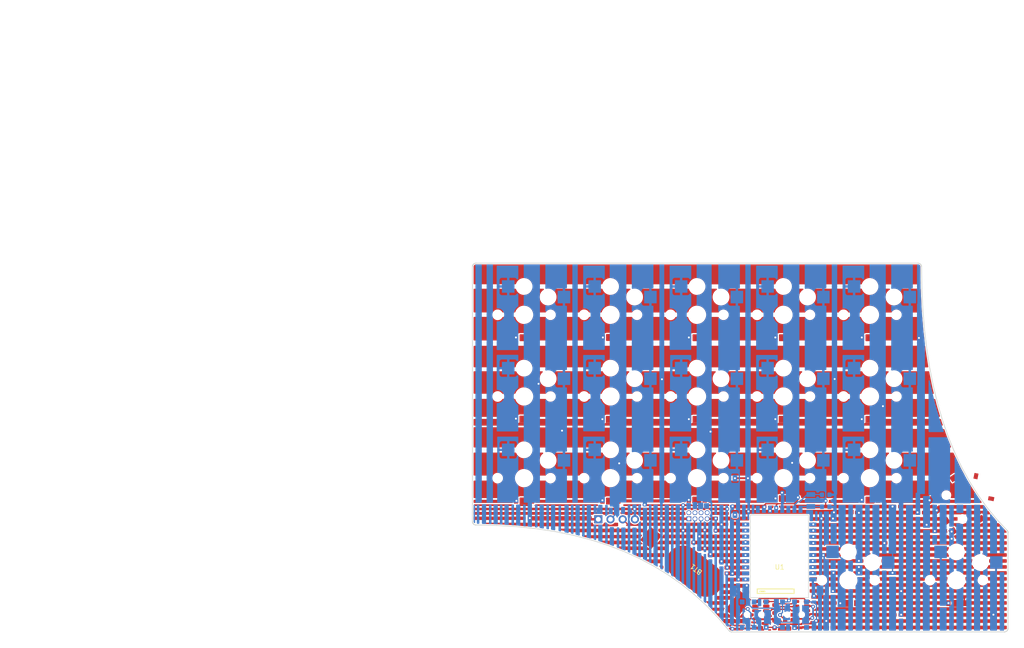
<source format=kicad_pcb>
(kicad_pcb (version 20211014) (generator pcbnew)
  (layers (0 "F.Cu" signal) (31 "B.Cu" signal) (34 "B.Paste" user) (35 "F.Paste" user) (36 "B.SilkS" user "B.Silkscreen") (37 "F.SilkS" user "F.Silkscreen") (38 "B.Mask" user) (39 "F.Mask" user) (44 "Edge.Cuts" user))
  (net 0 "")
  (net 1 "Net-(BT1-Pad2)")
  (net 2 "Row_1")
  (net 3 "Net-(D1-Pad2)")
  (net 4 "Row_2")
  (net 5 "Net-(D2-Pad2)")
  (net 6 "Row_3")
  (net 7 "Net-(D3-Pad2)")
  (net 8 "Row_4")
  (net 9 "Net-(D4-Pad2)")
  (net 10 "Net-(D5-Pad2)")
  (net 11 "Net-(D6-Pad2)")
  (net 12 "Net-(D7-Pad2)")
  (net 13 "Net-(D8-Pad2)")
  (net 14 "Net-(D9-Pad2)")
  (net 15 "Net-(D10-Pad2)")
  (net 16 "Net-(D11-Pad2)")
  (net 17 "Net-(D12-Pad2)")
  (net 18 "Net-(D13-Pad2)")
  (net 19 "Net-(D14-Pad2)")
  (net 20 "Net-(D15-Pad2)")
  (net 21 "Net-(D16-Pad2)")
  (net 22 "Net-(D17-Pad2)")
  (net 23 "ENC_A")
  (net 24 "ENC_B")
  (net 25 "GND")
  (net 26 "ENC_S")
  (net 27 "swdio")
  (net 28 "swclk")
  (net 29 "Col_1")
  (net 30 "Col_2")
  (net 31 "Col_3")
  (net 32 "Col_4")
  (net 33 "Col_5")
  (net 34 "VDD")
  (net 35 "VBUS")
  (net 36 "+BATT")
  (net 37 "Net-(R2-Pad2)")
  (net 38 "Reset")
  (net 39 "Net-(R3-Pad2)")
  (net 40 "/D+")
  (net 41 "/D-")
  (net 42 "Net-(C2-Pad2)")
  (net 43 "Net-(C3-Pad2)")
  (net 47 "Net-(C5-Pad1)")
  (net 48 "Net-(C5-Pad2)")
  (net 53 "Net-(R1-Pad2)")
  (net 56 "Net-(U3-Pad1)")
  (net 57 "Net-(U3-Pad3)")
  (net 61 "Net-(SW20-Pad2)")
  (footprint "weteor:ChocV1_V2_Hotswap" (layer "F.Cu") (at 180.7 98.685 180)
    (fp_text reference "SW17" hide)
    (fp_text value "SW_Push" hide)
  )
  (footprint "weteor:D_SOD-123_gold" (layer "F.Cu") (at 126.67 103.405 180)
    (fp_text reference "D8" hide)
    (fp_text value "D")
  )
  (footprint "weteor:E73-2G4M08S1C_bottom" (layer "F.Cu") (at 161.8 112.765)
    (fp_text reference "U1")
    (fp_text value "E73-2G4M08S1C")
    (fp_line (start -6 -6.4) (end -6 10.8) (layer "Edge.Cuts") (width 0.12))
    (fp_line (start 6.1 -6.4) (end -6 -6.4) (layer "Edge.Cuts") (width 0.12))
    (fp_line (start -6 10.8) (end 6.1 10.8) (layer "Edge.Cuts") (width 0.12))
    (fp_line (start 6.1 10.8) (end 6.1 -6.4) (layer "Edge.Cuts") (width 0.12))
  )
  (footprint "weteor:D_SOD-123_gold" (layer "F.Cu") (at 108.69 69.395 180)
    (fp_text reference "D1" hide)
    (fp_text value "D")
  )
  (footprint "weteor:ChocV1_V2_Hotswap" (layer "F.Cu") (at 144.7 98.685 180)
    (fp_text reference "SW11" hide)
    (fp_text value "SW_Push" hide)
  )
  (footprint "weteor:ChocV1_V2_Hotswap" (layer "F.Cu") (at 126.7 81.685 180)
    (fp_text reference "SW6" hide)
    (fp_text value "SW_Push" hide)
  )
  (footprint "weteor:D_SOD-123_gold" (layer "F.Cu") (at 176.2 124.7 180)
    (fp_text reference "D5" hide)
    (fp_text value "D")
  )
  (footprint "weteor:D_SOD-123_gold" (layer "F.Cu") (at 144.69 69.385 180)
    (fp_text reference "D9" hide)
    (fp_text value "D")
  )
  (footprint "weteor:Mitsumi_SIQ-02FVS3" (layer "F.Cu") (at 202 102.19263 -56)
    (fp_text reference "ENC1" hide)
    (fp_text value "Encoder" hide)
  )
  (footprint "weteor:D_SOD-123_gold" (layer "F.Cu") (at 198.7 124.7 180)
    (fp_text reference "D4" hide)
    (fp_text value "D")
  )
  (footprint "weteor:D_SOD-123_gold" (layer "F.Cu") (at 180.7 69.415 180)
    (fp_text reference "D15" hide)
    (fp_text value "D")
  )
  (footprint "weteor:ChocV1_V2_Hotswap" (layer "F.Cu") (at 180.7 81.685 180)
    (fp_text reference "SW16" hide)
    (fp_text value "SW_Push" hide)
  )
  (footprint "weteor:ChocV1_V2_Hotswap" (layer "F.Cu") (at 144.7 64.685 180)
    (fp_text reference "SW9" hide)
    (fp_text value "SW_Push" hide)
  )
  (footprint "weteor:Coin Cell 2032" (layer "F.Cu") (at 144.2 118.055 142.5)
    (fp_text reference "BT1")
    (fp_text value "Battery_Cell")
  )
  (footprint "Resistor_SMD:R_0603_1608Metric" (layer "F.Cu") (at 167.65 128.91 -90)
    (fp_text reference "R1" hide)
    (fp_text value "100R")
  )
  (footprint "weteor:ChocV1_V2_Hotswap" (layer "F.Cu") (at 108.7 98.685 180)
    (fp_text reference "SW3" hide)
    (fp_text value "SW_Push" hide)
  )
  (footprint "weteor:ChocV1_V2_Hotswap" (layer "F.Cu") (at 108.7 64.685 180)
    (fp_text reference "SW1" hide)
    (fp_text value "SW_Push" hide)
  )
  (footprint "weteor:ChocV1_V2_Hotswap" (layer "F.Cu") (at 198.7 119.935 180)
    (fp_text reference "SW4" hide)
    (fp_text value "SW_Push" hide)
  )
  (footprint "weteor:D_SOD-123_gold" (layer "F.Cu") (at 180.7 103.21 180)
    (fp_text reference "D17" hide)
    (fp_text value "D")
  )
  (footprint "weteor:D_SOD-123_gold" (layer "F.Cu") (at 144.72 86.405 180)
    (fp_text reference "D10" hide)
    (fp_text value "D")
  )
  (footprint "weteor:D_SOD-123_gold" (layer "F.Cu") (at 162.66 86.395 180)
    (fp_text reference "D13" hide)
    (fp_text value "D")
  )
  (footprint "weteor:ChocV1_V2_Hotswap" (layer "F.Cu") (at 126.7 64.685 180)
    (fp_text reference "SW5" hide)
    (fp_text value "SW_Push" hide)
  )
  (footprint "Package_TO_SOT_SMD:SOT-23-6" (layer "F.Cu") (at 166.45 125.31)
    (fp_text reference "U3" hide)
    (fp_text value "DW01A")
  )
  (footprint "weteor:D_SOD-123_gold" (layer "F.Cu") (at 108.67 86.345 180)
    (fp_text reference "D2" hide)
    (fp_text value "D")
  )
  (footprint "weteor:D_SOD-123_gold" (layer "F.Cu") (at 126.71 69.365 180)
    (fp_text reference "D6" hide)
    (fp_text value "D")
  )
  (footprint "weteor:ChocV1_V2_Hotswap_1.5u" (layer "F.Cu") (at 176.2 119.935 180)
    (fp_text reference "SW8" hide)
    (fp_text value "SW_Push" hide)
  )
  (footprint "weteor:ChocV1_V2_Hotswap" (layer "F.Cu") (at 144.7 81.685 180)
    (fp_text reference "SW10" hide)
    (fp_text value "SW_Push" hide)
  )
  (footprint "weteor:D_SOD-123_gold" (layer "F.Cu") (at 162.68 102.9 180)
    (fp_text reference "D14" hide)
    (fp_text value "D")
  )
  (footprint "Capacitor_SMD:C_0603_1608Metric" (layer "F.Cu") (at 163.82 128.25 180)
    (fp_text reference "C5" hide)
    (fp_text value "0.1uF")
  )
  (footprint "weteor:D_SOD-123_gold" (layer "F.Cu") (at 108.7 103.385 180)
    (fp_text reference "D3" hide)
    (fp_text value "D")
  )
  (footprint "weteor:ChocV1_V2_Hotswap" (layer "F.Cu") (at 126.7 98.685 180)
    (fp_text reference "SW7" hide)
    (fp_text value "SW_Push" hide)
  )
  (footprint "Package_TO_SOT_SMD:SOT-23" (layer "F.Cu") (at 157.96 128.93)
    (fp_text reference "U2" hide)
    (fp_text value "XC6206PxxxMR")
  )
  (footprint "Package_TO_SOT_SMD:SOT-23-6" (layer "F.Cu") (at 157.98 125.32)
    (fp_text reference "U4" hide)
    (fp_text value "FS8205")
  )
  (footprint "Resistor_SMD:R_0603_1608Metric" (layer "F.Cu") (at 152.6 107.3 90)
    (fp_text reference "R3" hide)
    (fp_text value "100R")
  )
  (footprint "weteor:ChocV1_V2_Hotswap" (layer "F.Cu") (at 162.7 98.685 180)
    (fp_text reference "SW14" hide)
    (fp_text value "SW_Push" hide)
  )
  (footprint "weteor:D_SOD-123_gold" (layer "F.Cu") (at 162.68 69.385 180)
    (fp_text reference "D12" hide)
    (fp_text value "D")
  )
  (footprint "weteor:D_SOD-123_gold" (layer "F.Cu") (at 126.67 86.425 180)
    (fp_text reference "D7" hide)
    (fp_text value "D")
  )
  (footprint "weteor:ChocV1_V2_Hotswap" (layer "F.Cu") (at 108.7 81.685 180)
    (fp_text reference "SW2" hide)
    (fp_text value "SW_Push" hide)
  )
  (footprint "weteor:D_SOD-123_gold" (layer "F.Cu") (at 180.71 86.395 180)
    (fp_text reference "D16" hide)
    (fp_text value "D")
  )
  (footprint "Resistor_SMD:R_0603_1608Metric" (layer "F.Cu") (at 160.84 125.93 90)
    (fp_text reference "R2" hide)
    (fp_text value "1k")
  )
  (footprint "Connector_PinHeader_2.54mm:PinHeader_1x04_P2.54mm_Vertical" (layer "F.Cu") (at 124.15 107.25 90)
    (fp_text reference "J1" hide)
    (fp_text value "SWD_Ext")
  )
  (footprint "weteor:D_SOD-123_gold" (layer "F.Cu") (at 144.65 103.18 180)
    (fp_text reference "D11" hide)
    (fp_text value "D")
  )
  (footprint "Capacitor_SMD:C_0603_1608Metric" (layer "F.Cu") (at 155.28 129.09 90)
    (fp_text reference "C4" hide)
    (fp_text value "1uF")
  )
  (footprint "Capacitor_SMD:C_0603_1608Metric" (layer "F.Cu") (at 160.84 129.1 90)
    (fp_text reference "C1" hide)
    (fp_text value "1uF")
  )
  (footprint "weteor:ChocV1_V2_Hotswap" (layer "F.Cu") (at 162.7 81.685 180)
    (fp_text reference "SW13" hide)
    (fp_text value "SW_Push" hide)
  )
  (footprint "weteor:ChocV1_V2_Hotswap" (layer "F.Cu") (at 180.7 64.685 180)
    (fp_text reference "SW15" hide)
    (fp_text value "SW_Push" hide)
  )
  (footprint "weteor:ChocV1_V2_Hotswap" (layer "F.Cu") (at 162.7 64.685 180)
    (fp_text reference "SW12" hide)
    (fp_text value "SW_Push" hide)
  )
  (footprint "Crystal:Crystal_SMD_3215-2Pin_3.2x1.5mm" (layer "B.Cu") (at 168.39 103.34 90)
    (fp_text reference "Y1" hide)
    (fp_text value "Crystal_Small")
  )
  (footprint "weteor:DPDT - C2837066" (layer "B.Cu") (at 164.9925 127.1)
    (fp_text reference "SW18" hide)
    (fp_text value "SW_DPDT_x2")
  )
  (footprint "Connector_PinSocket_1.27mm:PinSocket_2x04_P1.27mm_Vertical" (layer "B.Cu") (at 143 107.145 -90)
    (fp_text reference "J2" hide)
    (fp_text value "Conn_02x04_Odd_Even")
  )
  (footprint "weteor:DPDT - C2837066" (layer "B.Cu") (at 156.5925 127.1)
    (fp_text reference "SW20" hide)
    (fp_text value "SW_DPDT_x2")
  )
  (footprint "Capacitor_SMD:C_0603_1608Metric" (layer "B.Cu") (at 171.49 102.14 180)
    (fp_text reference "C2" hide)
    (fp_text value "0.1uF")
  )
  (footprint "weteor:Micro_Push_Button_3x6x2.5mm" (layer "B.Cu") (at 152.6 102.5 -90)
    (fp_text reference "SW19" hide)
    (fp_text value "SW_RESET")
  )
  (footprint "Capacitor_SMD:C_0603_1608Metric" (layer "B.Cu") (at 171.49 104.64 180)
    (fp_text reference "C3" hide)
    (fp_text value "0.1uF")
  )
  (gr_line (start 191.243957 54.180251) (end 191.219619 54.154724) (layer "Edge.Cuts") (width 0.15))
  (gr_line (start 209.425448 109.918044) (end 209.417412 109.882275) (layer "Edge.Cuts") (width 0.15))
  (gr_line (start 191.411762 54.49076) (end 191.401857 54.455882) (layer "Edge.Cuts") (width 0.15))
  (gr_line (start 98.49496 108.411154) (end 98.530762 108.419417) (layer "Edge.Cuts") (width 0.15))
  (gr_line (start 190.985978 53.997191) (end 190.952598 53.984027) (layer "Edge.Cuts") (width 0.15))
  (gr_line (start 190.918444 53.972468) (end 190.883563 53.96256) (layer "Edge.Cuts") (width 0.15))
  (gr_line (start 209.439941 110.064945) (end 209.439017 110.027766) (layer "Edge.Cuts") (width 0.15))
  (gr_line (start 97.984787 107.948944) (end 97.998039 107.982541) (layer "Edge.Cuts") (width 0.15))
  (gr_line (start 191.309372 54.263505) (end 191.288881 54.234688) (layer "Edge.Cuts") (width 0.15))
  (gr_line (start 98.108875 108.165176) (end 98.132134 108.192023) (layer "Edge.Cuts") (width 0.15))
  (gr_line (start 191.219619 54.154724) (end 191.194092 54.130386) (layer "Edge.Cuts") (width 0.15))
  (gr_line (start 97.939861 107.694584) (end 97.940828 107.73265) (layer "Edge.Cuts") (width 0.15))
  (gr_line (start 144.169296 122.935443) (end 146.69837 125.252171) (layer "Edge.Cuts") (width 0.15))
  (gr_line (start 98.432031 53.984936) (end 98.397972 53.99837) (layer "Edge.Cuts") (width 0.15))
  (gr_line (start 209.431291 130.053213) (end 209.436063 130.015632) (layer "Edge.Cuts") (width 0.15))
  (gr_line (start 151.340756 130.400456) (end 151.340756 130.400456) (layer "Edge.Cuts") (width 0.15))
  (gr_line (start 208.76658 130.685685) (end 208.804116 130.680905) (layer "Edge.Cuts") (width 0.15))
  (gr_line (start 98.604237 108.430631) (end 98.641817 108.433489) (layer "Edge.Cuts") (width 0.15))
  (gr_line (start 151.886844 130.688315) (end 151.929897 130.689579) (layer "Edge.Cuts") (width 0.15))
  (gr_line (start 209.439941 110.064945) (end 209.439941 110.064945) (layer "Edge.Cuts") (width 0.15))
  (gr_line (start 97.973601 54.466429) (end 97.963492 54.50202) (layer "Edge.Cuts") (width 0.15))
  (gr_line (start 98.397972 53.99837) (end 98.364749 54.013393) (layer "Edge.Cuts") (width 0.15))
  (gr_line (start 98.391857 108.376298) (end 98.425461 108.389548) (layer "Edge.Cuts") (width 0.15))
  (gr_line (start 151.844187 130.684597) (end 151.886844 130.688315) (layer "Edge.Cuts") (width 0.15))
  (gr_line (start 209.396216 109.812308) (end 209.383109 109.778229) (layer "Edge.Cuts") (width 0.15))
  (gr_line (start 209.416316 130.126518) (end 209.424693 130.090192) (layer "Edge.Cuts") (width 0.15))
  (gr_line (start 203.176715 102.167632) (end 201.43976 99.412397) (layer "Edge.Cuts") (width 0.15))
  (gr_line (start 191.362422 54.355797) (end 191.34619 54.324106) (layer "Edge.Cuts") (width 0.15))
  (gr_line (start 209.407659 109.84701) (end 209.396216 109.812308) (layer "Edge.Cuts") (width 0.15))
  (gr_line (start 107.202725 108.77767) (end 111.256259 109.206694) (layer "Edge.Cuts") (width 0.15))
  (gr_line (start 98.689907 53.939396) (end 98.651312 53.940377) (layer "Edge.Cuts") (width 0.15))
  (gr_line (start 209.246842 109.56218) (end 209.221317 109.535252) (layer "Edge.Cuts") (width 0.15))
  (gr_line (start 191.419969 54.526319) (end 191.411762 54.49076) (layer "Edge.Cuts") (width 0.15))
  (gr_line (start 209.221321 109.535252) (end 209.221321 109.535252) (layer "Edge.Cuts") (width 0.15))
  (gr_line (start 97.948399 107.80724) (end 97.95491 107.84367) (layer "Edge.Cuts") (width 0.15))
  (gr_line (start 208.981836 130.630556) (end 209.015059 130.615527) (layer "Edge.Cuts") (width 0.15))
  (gr_line (start 98.332411 54.029958) (end 98.301002 54.04802) (layer "Edge.Cuts") (width 0.15))
  (gr_line (start 209.138643 130.540435) (end 209.166977 130.518155) (layer "Edge.Cuts") (width 0.15))
  (gr_line (start 208.912927 130.655797) (end 208.947776 130.643996) (layer "Edge.Cuts") (width 0.15))
  (gr_line (start 151.71953 130.659182) (end 151.760438 130.669985) (layer "Edge.Cuts") (width 0.15))
  (gr_line (start 129.445119 113.925949) (end 132.667128 115.384629) (layer "Edge.Cuts") (width 0.15))
  (gr_line (start 193.171856 75.93468) (end 192.546552 71.981995) (layer "Edge.Cuts") (width 0.15))
  (gr_line (start 151.427767 130.494815) (end 151.459919 130.522514) (layer "Edge.Cuts") (width 0.15))
  (gr_line (start 209.078808 130.58088) (end 209.109237 130.561359) (layer "Edge.Cuts") (width 0.15))
  (gr_line (start 207.067496 107.229059) (end 205.052627 104.773186) (layer "Edge.Cuts") (width 0.15))
  (gr_line (start 98.030413 54.33196) (end 98.013848 54.364299) (layer "Edge.Cuts") (width 0.15))
  (gr_line (start 151.340756 130.400456) (end 151.368092 130.43374) (layer "Edge.Cuts") (width 0.15))
  (gr_line (start 151.601795 130.613327) (end 151.640116 130.630807) (layer "Edge.Cuts") (width 0.15))
  (gr_line (start 98.156637 108.21772) (end 98.182338 108.242221) (layer "Edge.Cuts") (width 0.15))
  (gr_line (start 192.060205 67.879629) (end 191.712815 63.627582) (layer "Edge.Cuts") (width 0.15))
  (gr_line (start 209.394413 130.197031) (end 209.406207 130.162147) (layer "Edge.Cuts") (width 0.15))
  (gr_line (start 98.134736 54.185167) (end 98.111162 54.212382) (layer "Edge.Cuts") (width 0.15))
  (gr_line (start 141.501635 120.790325) (end 144.169296 122.935443) (layer "Edge.Cuts") (width 0.15))
  (gr_line (start 190.737686 53.940358) (end 190.699861 53.939396) (layer "Edge.Cuts") (width 0.15))
  (gr_line (start 208.877336 130.665914) (end 208.912927 130.655797) (layer "Edge.Cuts") (width 0.15))
  (gr_line (start 135.750551 117.014918) (end 138.695386 118.816816) (layer "Edge.Cuts") (width 0.15))
  (gr_line (start 191.081012 54.045848) (end 191.050231 54.028147) (layer "Edge.Cuts") (width 0.15))
  (gr_line (start 190.883563 53.96256) (end 190.848002 53.954349) (layer "Edge.Cuts") (width 0.15))
  (gr_line (start 208.84105 130.674299) (end 208.877336 130.665914) (layer "Edge.Cuts") (width 0.15))
  (gr_line (start 209.109237 130.561359) (end 209.138643 130.540435) (layer "Edge.Cuts") (width 0.15))
  (gr_line (start 97.998039 107.982541) (end 98.01286 108.015313) (layer "Edge.Cuts") (width 0.15))
  (gr_line (start 205.052627 104.773186) (end 203.176715 102.167632) (layer "Edge.Cuts") (width 0.15))
  (gr_line (start 98.132134 108.192023) (end 98.156637 108.21772) (layer "Edge.Cuts") (width 0.15))
  (gr_line (start 208.728491 130.688592) (end 208.76658 130.685685) (layer "Edge.Cuts") (width 0.15))
  (gr_line (start 111.256259 109.206694) (end 115.171206 109.807326) (layer "Edge.Cuts") (width 0.15))
  (gr_line (start 98.029204 108.047214) (end 98.047024 108.078196) (layer "Edge.Cuts") (width 0.15))
  (gr_line (start 191.426433 54.562513) (end 191.419969 54.526319) (layer "Edge.Cuts") (width 0.15))
  (gr_line (start 192.546552 71.981995) (end 192.060205 67.879629) (layer "Edge.Cuts") (width 0.15))
  (gr_line (start 209.406207 130.162147) (end 209.416316 130.126518) (layer "Edge.Cuts") (width 0.15))
  (gr_line (start 201.43976 99.412397) (end 199.841761 96.507481) (layer "Edge.Cuts") (width 0.15))
  (gr_line (start 98.066273 108.108216) (end 98.086906 108.137225) (layer "Edge.Cuts") (width 0.15))
  (gr_line (start 151.760438 130.669985) (end 151.802021 130.678472) (layer "Edge.Cuts") (width 0.15))
  (gr_line (start 98.425461 108.389548) (end 98.459844 108.401182) (layer "Edge.Cuts") (width 0.15))
  (gr_line (start 98.679897 108.434452) (end 103.010605 108.520257) (layer "Edge.Cuts") (width 0.15))
  (gr_line (start 209.334047 109.680333) (end 209.31453 109.64935) (layer "Edge.Cuts") (width 0.15))
  (gr_line (start 132.667128 115.384629) (end 135.750551 117.014918) (layer "Edge.Cuts") (width 0.15))
  (gr_line (start 191.377142 54.388355) (end 191.362422 54.355797) (layer "Edge.Cuts") (width 0.15))
  (gr_line (start 208.689896 130.689579) (end 208.728491 130.688592) (layer "Edge.Cuts") (width 0.15))
  (gr_line (start 151.397126 130.465208) (end 151.427767 130.494815) (layer "Edge.Cuts") (width 0.15))
  (gr_line (start 209.368362 109.744833) (end 209.351999 109.712181) (layer "Edge.Cuts") (width 0.15))
  (gr_line (start 190.699861 53.939396) (end 190.699861 53.939396) (layer "Edge.Cuts") (width 0.15))
  (gr_line (start 198.382719 93.452884) (end 197.062633 90.248604) (layer "Edge.Cuts") (width 0.15))
  (gr_line (start 98.689907 53.939396) (end 98.689907 53.939396) (layer "Edge.Cuts") (width 0.15))
  (gr_line (start 191.288881 54.234688) (end 191.267059 54.206921) (layer "Edge.Cuts") (width 0.15))
  (gr_line (start 191.139654 54.085462) (end 191.110836 54.064967) (layer "Edge.Cuts") (width 0.15))
  (gr_line (start 98.530762 108.419417) (end 98.567203 108.425925) (layer "Edge.Cuts") (width 0.15))
  (gr_line (start 190.811803 53.94788) (end 190.775015 53.943201) (layer "Edge.Cuts") (width 0.15))
  (gr_line (start 151.564522 130.593712) (end 151.601795 130.613327) (layer "Edge.Cuts") (width 0.15))
  (gr_line (start 194.839332 83.391005) (end 193.936115 79.737683) (layer "Edge.Cuts") (width 0.15))
  (gr_line (start 98.270572 54.06753) (end 98.241167 54.088442) (layer "Edge.Cuts") (width 0.15))
  (gr_line (start 98.241167 54.088442) (end 98.212833 54.110709) (layer "Edge.Cuts") (width 0.15))
  (gr_line (start 98.575689 53.948053) (end 98.538755 53.954653) (layer "Edge.Cuts") (width 0.15))
  (gr_line (start 209.220239 130.469715) (end 209.245074 130.44365) (layer "Edge.Cuts") (width 0.15))
  (gr_line (start 191.434902 54.674442) (end 191.433946 54.636621) (layer "Edge.Cuts") (width 0.15))
  (gr_line (start 151.493491 130.54826) (end 151.528389 130.572008) (layer "Edge.Cuts") (width 0.15))
  (gr_line (start 98.641817 108.433489) (end 98.679897 108.434452) (layer "Edge.Cuts") (width 0.15))
  (gr_line (start 190.699861 53.939396) (end 98.689907 53.939396) (layer "Edge.Cuts") (width 0.15))
  (gr_line (start 209.047398 130.598951) (end 209.078808 130.58088) (layer "Edge.Cuts") (width 0.15))
  (gr_line (start 97.939861 54.689457) (end 97.939861 54.689457) (layer "Edge.Cuts") (width 0.15))
  (gr_line (start 98.50247 53.963032) (end 98.466879 53.973143) (layer "Edge.Cuts") (width 0.15))
  (gr_line (start 209.290914 130.388062) (end 209.311826 130.358633) (layer "Edge.Cuts") (width 0.15))
  (gr_line (start 191.050231 54.028147) (end 191.018538 54.011913) (layer "Edge.Cuts") (width 0.15))
  (gr_line (start 209.293473 109.619288) (end 209.270902 109.590212) (layer "Edge.Cuts") (width 0.15))
  (gr_line (start 208.689896 130.689579) (end 208.689896 130.689579) (layer "Edge.Cuts") (width 0.15))
  (gr_line (start 97.948516 54.575239) (end 97.943742 54.612774) (layer "Edge.Cuts") (width 0.15))
  (gr_line (start 98.359077 108.36148) (end 98.391857 108.376298) (layer "Edge.Cuts") (width 0.15))
  (gr_line (start 98.086906 108.137225) (end 98.108875 108.165176) (layer "Edge.Cuts") (width 0.15))
  (gr_line (start 209.268648 130.416416) (end 209.290914 130.388062) (layer "Edge.Cuts") (width 0.15))
  (gr_line (start 118.947565 110.579568) (end 122.585336 111.523419) (layer "Edge.Cuts") (width 0.15))
  (gr_line (start 209.270902 109.590212) (end 209.246842 109.56218) (layer "Edge.Cuts") (width 0.15))
  (gr_line (start 209.436063 130.015632) (end 209.438962 129.977494) (layer "Edge.Cuts") (width 0.15))
  (gr_line (start 209.311826 130.358633) (end 209.331336 130.328179) (layer "Edge.Cuts") (width 0.15))
  (gr_line (start 209.380982 130.231123) (end 209.394413 130.197031) (layer "Edge.Cuts") (width 0.15))
  (gr_line (start 209.331336 130.328179) (end 209.349397 130.296744) (layer "Edge.Cuts") (width 0.15))
  (gr_line (start 98.651312 53.940377) (end 98.613224 53.943279) (layer "Edge.Cuts") (width 0.15))
  (gr_line (start 97.955114 54.538305) (end 97.948516 54.575239) (layer "Edge.Cuts") (width 0.15))
  (gr_line (start 97.973151 107.914569) (end 97.984787 107.948944) (layer "Edge.Cuts") (width 0.15))
  (gr_line (start 97.939861 107.694584) (end 97.939861 107.694584) (layer "Edge.Cuts") (width 0.15))
  (gr_line (start 98.679897 108.434452) (end 98.679897 108.434452) (layer "Edge.Cuts") (width 0.15))
  (gr_line (start 209.431745 109.954255) (end 209.425448 109.918044) (layer "Edge.Cuts") (width 0.15))
  (gr_line (start 209.438962 129.977494) (end 209.439941 129.938847) (layer "Edge.Cuts") (width 0.15))
  (gr_line (start 98.048474 54.300552) (end 98.030413 54.33196) (layer "Edge.Cuts") (width 0.15))
  (gr_line (start 191.401857 54.455882) (end 191.390302 54.421732) (layer "Edge.Cuts") (width 0.15))
  (gr_line (start 209.194191 130.494565) (end 209.220239 130.469715) (layer "Edge.Cuts") (width 0.15))
  (gr_line (start 98.088896 54.240715) (end 98.067984 54.270121) (layer "Edge.Cuts") (width 0.15))
  (gr_line (start 97.95491 107.84367) (end 97.963176 107.879462) (layer "Edge.Cuts") (width 0.15))
  (gr_line (start 98.301002 54.04802) (end 98.270572 54.06753) (layer "Edge.Cuts") (width 0.15))
  (gr_line (start 151.528389 130.572008) (end 151.564522 130.593712) (layer "Edge.Cuts") (width 0.15))
  (gr_line (start 151.679392 130.646108) (end 151.71953 130.659182) (layer "Edge.Cuts") (width 0.15))
  (gr_line (start 97.998826 54.397522) (end 97.985395 54.431581) (layer "Edge.Cuts") (width 0.15))
  (gr_line (start 97.940841 54.650862) (end 97.939861 54.689457) (layer "Edge.Cuts") (width 0.15))
  (gr_line (start 98.182338 108.242221) (end 98.209189 108.265477) (layer "Edge.Cuts") (width 0.15))
  (gr_line (start 98.613224 53.943279) (end 98.575689 53.948053) (layer "Edge.Cuts") (width 0.15))
  (gr_line (start 197.062633 90.248604) (end 195.881504 86.894646) (layer "Edge.Cuts") (width 0.15))
  (gr_line (start 122.585336 111.523419) (end 126.084521 112.638879) (layer "Edge.Cuts") (width 0.15))
  (gr_line (start 209.439941 129.938847) (end 209.439941 110.064945) (layer "Edge.Cuts") (width 0.15))
  (gr_line (start 209.221321 109.535252) (end 207.067496 107.229059) (layer "Edge.Cuts") (width 0.15))
  (gr_line (start 98.237144 108.287444) (end 98.266157 108.308073) (layer "Edge.Cuts") (width 0.15))
  (gr_line (start 191.110836 54.064967) (end 191.081012 54.045848) (layer "Edge.Cuts") (width 0.15))
  (gr_line (start 191.433946 54.636621) (end 191.431107 54.599295) (layer "Edge.Cuts") (width 0.15))
  (gr_line (start 151.459919 130.522514) (end 151.493491 130.54826) (layer "Edge.Cuts") (width 0.15))
  (gr_line (start 98.364749 54.013393) (end 98.332411 54.029958) (layer "Edge.Cuts") (width 0.15))
  (gr_line (start 98.111162 54.212382) (end 98.088896 54.240715) (layer "Edge.Cuts") (width 0.15))
  (gr_line (start 195.881504 86.894646) (end 194.839332 83.391005) (layer "Edge.Cuts") (width 0.15))
  (gr_line (start 151.929897 130.689579) (end 151.929897 130.689579) (layer "Edge.Cuts") (width 0.15))
  (gr_line (start 199.841761 96.507481) (end 198.382719 93.452884) (layer "Edge.Cuts") (width 0.15))
  (gr_line (start 191.712815 63.627582) (end 191.50438 59.225854) (layer "Edge.Cuts") (width 0.15))
  (gr_line (start 138.695386 118.816816) (end 141.501635 120.790325) (layer "Edge.Cuts") (width 0.15))
  (gr_line (start 209.365961 130.264376) (end 209.380982 130.231123) (layer "Edge.Cuts") (width 0.15))
  (gr_line (start 97.94369 107.770218) (end 97.948399 107.80724) (layer "Edge.Cuts") (width 0.15))
  (gr_line (start 191.431107 54.599295) (end 191.426433 54.562513) (layer "Edge.Cuts") (width 0.15))
  (gr_line (start 191.34619 54.324106) (end 191.328491 54.293326) (layer "Edge.Cuts") (width 0.15))
  (gr_line (start 103.010605 108.520257) (end 107.202725 108.77767) (layer "Edge.Cuts") (width 0.15))
  (gr_line (start 191.194092 54.130386) (end 191.167421 54.107283) (layer "Edge.Cuts") (width 0.15))
  (gr_line (start 190.952598 53.984027) (end 190.918444 53.972468) (layer "Edge.Cuts") (width 0.15))
  (gr_line (start 209.351999 109.712181) (end 209.334047 109.680333) (layer "Edge.Cuts") (width 0.15))
  (gr_line (start 209.424693 130.090192) (end 209.431291 130.053213) (layer "Edge.Cuts") (width 0.15))
  (gr_line (start 97.939861 54.689457) (end 97.939861 107.694584) (layer "Edge.Cuts") (width 0.15))
  (gr_line (start 209.439017 110.027766) (end 209.436276 109.990849) (layer "Edge.Cuts") (width 0.15))
  (gr_line (start 151.929897 130.689579) (end 208.689896 130.689579) (layer "Edge.Cuts") (width 0.15))
  (gr_line (start 209.166977 130.518155) (end 209.194191 130.494565) (layer "Edge.Cuts") (width 0.15))
  (gr_line (start 98.538755 53.954653) (end 98.50247 53.963032) (layer "Edge.Cuts") (width 0.15))
  (gr_line (start 98.32717 108.345138) (end 98.359077 108.36148) (layer "Edge.Cuts") (width 0.15))
  (gr_line (start 98.466879 53.973143) (end 98.432031 53.984936) (layer "Edge.Cuts") (width 0.15))
  (gr_line (start 126.084521 112.638879) (end 129.445119 113.925949) (layer "Edge.Cuts") (width 0.15))
  (gr_line (start 191.50438 59.225854) (end 191.434902 54.674442) (layer "Edge.Cuts") (width 0.15))
  (gr_line (start 208.947776 130.643996) (end 208.981836 130.630556) (layer "Edge.Cuts") (width 0.15))
  (gr_line (start 98.266157 108.308073) (end 98.296181 108.327319) (layer "Edge.Cuts") (width 0.15))
  (gr_line (start 209.417412 109.882275) (end 209.407659 109.84701) (layer "Edge.Cuts") (width 0.15))
  (gr_line (start 97.963492 54.50202) (end 97.955114 54.538305) (layer "Edge.Cuts") (width 0.15))
  (gr_line (start 146.69837 125.252171) (end 149.088856 127.740508) (layer "Edge.Cuts") (width 0.15))
  (gr_line (start 98.159571 54.159119) (end 98.134736 54.185167) (layer "Edge.Cuts") (width 0.15))
  (gr_line (start 151.640116 130.630807) (end 151.679392 130.646108) (layer "Edge.Cuts") (width 0.15))
  (gr_line (start 191.328491 54.293326) (end 191.309372 54.263505) (layer "Edge.Cuts") (width 0.15))
  (gr_line (start 115.171206 109.807326) (end 118.947565 110.579568) (layer "Edge.Cuts") (width 0.15))
  (gr_line (start 191.167421 54.107283) (end 191.139654 54.085462) (layer "Edge.Cuts") (width 0.15))
  (gr_line (start 191.018538 54.011913) (end 190.985978 53.997191) (layer "Edge.Cuts") (width 0.15))
  (gr_line (start 98.212833 54.110709) (end 98.185619 54.134284) (layer "Edge.Cuts") (width 0.15))
  (gr_line (start 191.267059 54.206921) (end 191.243957 54.180251) (layer "Edge.Cuts") (width 0.15))
  (gr_line (start 209.221317 109.535252) (end 209.221321 109.535252) (layer "Edge.Cuts") (width 0.15))
  (gr_line (start 193.936115 79.737683) (end 193.171856 75.93468) (layer "Edge.Cuts") (width 0.15))
  (gr_line (start 151.802021 130.678472) (end 151.844187 130.684597) (layer "Edge.Cuts") (width 0.15))
  (gr_line (start 191.390302 54.421732) (end 191.377142 54.388355) (layer "Edge.Cuts") (width 0.15))
  (gr_line (start 209.245074 130.44365) (end 209.268648 130.416416) (layer "Edge.Cuts") (width 0.15))
  (gr_line (start 208.804116 130.680905) (end 208.84105 130.674299) (layer "Edge.Cuts") (width 0.15))
  (gr_line (start 97.943742 54.612774) (end 97.940841 54.650862) (layer "Edge.Cuts") (width 0.15))
  (gr_line (start 151.368092 130.43374) (end 151.397126 130.465208) (layer "Edge.Cuts") (width 0.15))
  (gr_line (start 209.349397 130.296744) (end 209.365961 130.264376) (layer "Edge.Cuts") (width 0.15))
  (gr_line (start 190.848002 53.954349) (end 190.811803 53.94788) (layer "Edge.Cuts") (width 0.15))
  (gr_line (start 209.383109 109.778229) (end 209.368362 109.744833) (layer "Edge.Cuts") (width 0.15))
  (gr_line (start 98.067984 54.270121) (end 98.048474 54.300552) (layer "Edge.Cuts") (width 0.15))
  (gr_line (start 97.963176 107.879462) (end 97.973151 107.914569) (layer "Edge.Cuts") (width 0.15))
  (gr_line (start 98.013848 54.364299) (end 97.998826 54.397522) (layer "Edge.Cuts") (width 0.15))
  (gr_line (start 97.940828 107.73265) (end 97.94369 107.770218) (layer "Edge.Cuts") (width 0.15))
  (gr_line (start 98.459844 108.401182) (end 98.49496 108.411154) (layer "Edge.Cuts") (width 0.15))
  (gr_line (start 149.088856 127.740508) (end 151.340756 130.400456) (layer "Edge.Cuts") (width 0.15))
  (gr_line (start 209.015059 130.615527) (end 209.047398 130.598951) (layer "Edge.Cuts") (width 0.15))
  (gr_line (start 98.01286 108.015313) (end 98.029204 108.047214) (layer "Edge.Cuts") (width 0.15))
  (gr_line (start 191.434902 54.674442) (end 191.434902 54.674442) (layer "Edge.Cuts") (width 0.15))
  (gr_line (start 209.439941 129.938847) (end 209.439941 129.938847) (layer "Edge.Cuts") (width 0.15))
  (gr_line (start 209.31453 109.64935) (end 209.293473 109.619288) (layer "Edge.Cuts") (width 0.15))
  (gr_line (start 98.047024 108.078196) (end 98.066273 108.108216) (layer "Edge.Cuts") (width 0.15))
  (gr_line (start 98.185619 54.134284) (end 98.159571 54.159119) (layer "Edge.Cuts") (width 0.15))
  (gr_line (start 98.296181 108.327319) (end 98.32717 108.345138) (layer "Edge.Cuts") (width 0.15))
  (gr_line (start 98.567203 108.425925) (end 98.604237 108.430631) (layer "Edge.Cuts") (width 0.15))
  (gr_line (start 98.209189 108.265477) (end 98.237144 108.287444) (layer "Edge.Cuts") (width 0.15))
  (gr_line (start 190.775015 53.943201) (end 190.737686 53.940358) (layer "Edge.Cuts") (width 0.15))
  (gr_line (start 209.436276 109.990849) (end 209.431745 109.954255) (layer "Edge.Cuts") (width 0.15))
  (gr_line (start 97.985395 54.431581) (end 97.973601 54.466429) (layer "Edge.Cuts") (width 0.15))
  (segment (start 147.245 121.1) (end 150.85 121.1) (width 0.75) (layer "F.Cu") (net 1))
  (segment (start 144.2 118.055) (end 147.245 121.1) (width 0.25) (layer "F.Cu") (net 1))
  (via (at 155.05 121.05) (size 0.8) (drill 0.4) (layers "F.Cu" "B.Cu") (net 1))
  (segment (start 156.2325 125.74) (end 160.53 125.74) (width 0.25) (layer "B.Cu") (net 1))
  (segment (start 155.39 124.8975) (end 156.2325 125.74) (width 0.25) (layer "B.Cu") (net 1))
  (segment (start 160.53 125.74) (end 160.84 126.05) (width 0.25) (layer "B.Cu") (net 1))
  (segment (start 161.230019 128.660019) (end 165.649887 128.660019) (width 0.25) (layer "B.Cu") (net 1))
  (segment (start 160.84 126.05) (end 160.84 128.27) (width 0.25) (layer "B.Cu") (net 1))
  (segment (start 160.84 128.27) (end 161.230019 128.660019) (width 0.25) (layer "B.Cu") (net 1))
  (via (at 190.6 105.8) (size 0.8) (drill 0.4) (layers "F.Cu" "B.Cu") (net 2))
  (via (at 178.4 105.9) (size 0.8) (drill 0.4) (layers "F.Cu" "B.Cu") (net 2))
  (via (at 190.9 69.5) (size 0.8) (drill 0.4) (layers "F.Cu" "B.Cu") (net 2))
  (via (at 168.8 115.9) (size 0.8) (drill 0.4) (layers "F.Cu" "B.Cu") (net 2))
  (via (at 178.4 115.9) (size 0.8) (drill 0.4) (layers "F.Cu" "B.Cu") (net 2))
  (via (at 107 69.4) (size 0.8) (drill 0.4) (layers "F.Cu" "B.Cu") (net 3))
  (via (at 183.7 112.2) (size 0.8) (drill 0.4) (layers "F.Cu" "B.Cu") (net 4))
  (via (at 183.4 83.7) (size 0.8) (drill 0.4) (layers "F.Cu" "B.Cu") (net 4))
  (via (at 168.9 112.2) (size 0.8) (drill 0.4) (layers "F.Cu" "B.Cu") (net 4))
  (via (at 107 86.3) (size 0.8) (drill 0.4) (layers "F.Cu" "B.Cu") (net 5))
  (via (at 162.4 101.7) (size 0.8) (drill 0.4) (layers "F.Cu" "B.Cu") (net 6))
  (via (at 107.1 103.4) (size 0.8) (drill 0.4) (layers "F.Cu" "B.Cu") (net 7))
  (segment (start 200.35 124.7) (end 200.35 123.75) (width 0.25) (layer "F.Cu") (net 8))
  (segment (start 177.85 124.7) (end 177.85 123.4) (width 0.25) (layer "F.Cu") (net 8))
  (via (at 169.05 123.2) (size 0.8) (drill 0.4) (layers "F.Cu" "B.Cu") (net 8))
  (via (at 197.025 124.7) (size 0.8) (drill 0.4) (layers "F.Cu" "B.Cu") (net 9))
  (segment (start 197.025 124.7) (end 196.35 124.7) (width 0.25) (layer "B.Cu") (net 9))
  (segment (start 196.35 124.7) (end 195.9 124.25) (width 0.25) (layer "B.Cu") (net 9))
  (via (at 174.525 124.725) (size 0.8) (drill 0.4) (layers "F.Cu" "B.Cu") (net 10))
  (segment (start 174.225 114.525) (end 174.225 114.85) (width 0.25) (layer "B.Cu") (net 10))
  (segment (start 173.735 114.035) (end 174.225 114.525) (width 0.25) (layer "B.Cu") (net 10))
  (segment (start 174.225 114.85) (end 174.875 115.5) (width 0.25) (layer "B.Cu") (net 10))
  (segment (start 172.9 114.035) (end 173.735 114.035) (width 0.25) (layer "B.Cu") (net 10))
  (via (at 125.1 69.4) (size 0.8) (drill 0.4) (layers "F.Cu" "B.Cu") (net 11))
  (via (at 125 86.4) (size 0.8) (drill 0.4) (layers "F.Cu" "B.Cu") (net 12))
  (via (at 125 103.3) (size 0.8) (drill 0.4) (layers "F.Cu" "B.Cu") (net 13))
  (via (at 143 69.4) (size 0.8) (drill 0.4) (layers "F.Cu" "B.Cu") (net 14))
  (via (at 143 86.4) (size 0.8) (drill 0.4) (layers "F.Cu" "B.Cu") (net 15))
  (via (at 143 103.2) (size 0.8) (drill 0.4) (layers "F.Cu" "B.Cu") (net 16))
  (via (at 161 69.4) (size 0.8) (drill 0.4) (layers "F.Cu" "B.Cu") (net 17))
  (via (at 161 86.4) (size 0.8) (drill 0.4) (layers "F.Cu" "B.Cu") (net 18))
  (via (at 161.03 102.9) (size 0.8) (drill 0.4) (layers "F.Cu" "B.Cu") (net 19))
  (via (at 179 69.4) (size 0.8) (drill 0.4) (layers "F.Cu" "B.Cu") (net 20))
  (via (at 179 86.4) (size 0.8) (drill 0.4) (layers "F.Cu" "B.Cu") (net 21))
  (via (at 179 103.2) (size 0.8) (drill 0.4) (layers "F.Cu" "B.Cu") (net 22))
  (via (at 193.1 103.3) (size 0.8) (drill 0.4) (layers "F.Cu" "B.Cu") (net 23))
  (via (at 192.5 108.4) (size 0.8) (drill 0.4) (layers "F.Cu" "B.Cu") (net 23))
  (via (at 168.9 108.3) (size 0.8) (drill 0.4) (layers "F.Cu" "B.Cu") (net 23))
  (via (at 197.7 109.8) (size 0.8) (drill 0.4) (layers "F.Cu" "B.Cu") (net 24))
  (via (at 168.9 110.9) (size 0.8) (drill 0.4) (layers "F.Cu" "B.Cu") (net 24))
  (via (at 197.7 111.3) (size 0.8) (drill 0.4) (layers "F.Cu" "B.Cu") (net 24))
  (segment (start 160.455 127.94) (end 160.84 128.325) (width 0.25) (layer "F.Cu") (net 25))
  (segment (start 157.2025 127.94) (end 157.3225 128.06) (width 0.4) (layer "F.Cu") (net 25))
  (segment (start 156.8825 126.44) (end 156.8825 127.62) (width 0.25) (layer "F.Cu") (net 25))
  (segment (start 196.524124 107.524124) (end 196.2 107.2) (width 0.25) (layer "F.Cu") (net 25))
  (segment (start 160.335 128.06) (end 160.455 127.94) (width 0.4) (layer "F.Cu") (net 25))
  (segment (start 166.4 129.1) (end 166.54 128.96) (width 0.35) (layer "F.Cu") (net 25))
  (segment (start 161.615 129.1) (end 166.4 129.1) (width 0.35) (layer "F.Cu") (net 25))
  (segment (start 160.84 128.325) (end 161.615 129.1) (width 0.35) (layer "F.Cu") (net 25))
  (segment (start 196.17 107.17) (end 195.03 107.17) (width 0.75) (layer "F.Cu") (net 25))
  (segment (start 155.72 127.94) (end 157.2025 127.94) (width 0.25) (layer "F.Cu") (net 25))
  (segment (start 196.524124 107.665326) (end 196.524124 107.524124) (width 0.25) (layer "F.Cu") (net 25))
  (segment (start 168.9195 128.96) (end 169.4895 128.39) (width 0.35) (layer "F.Cu") (net 25))
  (segment (start 166.54 128.96) (end 168.9195 128.96) (width 0.35) (layer "F.Cu") (net 25))
  (segment (start 155.39 128.325) (end 155.39 128.27) (width 0.25) (layer "F.Cu") (net 25))
  (segment (start 156.8825 127.62) (end 157.2025 127.94) (width 0.25) (layer "F.Cu") (net 25))
  (segment (start 155.39 128.27) (end 155.72 127.94) (width 0.25) (layer "F.Cu") (net 25))
  (segment (start 160.84 126.755) (end 160.84 128.325) (width 0.25) (layer "F.Cu") (net 25))
  (segment (start 157.3225 128.06) (end 160.335 128.06) (width 0.4) (layer "F.Cu") (net 25))
  (via (at 173.35 78.05) (size 0.8) (drill 0.4) (layers "F.Cu" "B.Cu") (net 25))
  (via (at 152.6 98.7) (size 0.8) (drill 0.4) (layers "F.Cu" "B.Cu") (net 25))
  (via (at 171.000498 114.7) (size 0.8) (drill 0.4) (layers "F.Cu" "B.Cu") (net 25))
  (via (at 173.2 105.8) (size 0.8) (drill 0.4) (layers "F.Cu" "B.Cu") (net 25))
  (via (at 173 107.1) (size 0.8) (drill 0.4) (layers "F.Cu" "B.Cu") (net 25))
  (via (at 169.4895 128.39) (size 0.8) (drill 0.4) (layers "F.Cu" "B.Cu") (net 25))
  (via (at 137.25 107.05) (size 0.8) (drill 0.4) (layers "F.Cu" "B.Cu") (net 25))
  (via (at 137.4 78.1) (size 0.8) (drill 0.4) (layers "F.Cu" "B.Cu") (net 25))
  (via (at 109.9 107) (size 0.8) (drill 0.4) (layers "F.Cu" "B.Cu") (net 25))
  (via (at 170.6 107.1) (size 0.8) (drill 0.4) (layers "F.Cu" "B.Cu") (net 25))
  (via (at 159.9 105.5) (size 0.8) (drill 0.4) (layers "F.Cu" "B.Cu") (net 25))
  (via (at 155.4 105.6) (size 0.8) (drill 0.4) (layers "F.Cu" "B.Cu") (net 25))
  (via (at 171.61 128.41) (size 0.8) (drill 0.4) (layers "F.Cu" "B.Cu") (net 25))
  (via (at 155.3 98.7) (size 0.8) (drill 0.4) (layers "F.Cu" "B.Cu") (net 25))
  (via (at 111.710256 79.049934) (size 0.8) (drill 0.4) (layers "F.Cu" "B.Cu") (net 25))
  (via (at 168.9 114.7) (size 0.8) (drill 0.4) (layers "F.Cu" "B.Cu") (net 25))
  (segment (start 169.08 124.45) (end 167.4925 124.45) (width 0.25) (layer "B.Cu") (net 25))
  (segment (start 172.44 104.64) (end 173 104.64) (width 0.25) (layer "B.Cu") (net 25))
  (segment (start 173.2 104.84) (end 173.2 105.8) (width 0.25) (layer "B.Cu") (net 25))
  (segment (start 169.574558 124.944558) (end 169.574558 128.304942) (width 0.25) (layer "B.Cu") (net 25))
  (segment (start 169.1 124.47) (end 169.08 124.45) (width 0.25) (layer "B.Cu") (net 25))
  (segment (start 173 104.64) (end 173.2 104.84) (width 0.25) (layer "B.Cu") (net 25))
  (segment (start 172.44 102.14) (end 173 102.14) (width 0.25) (layer "B.Cu") (net 25))
  (segment (start 169.1 124.47) (end 169.574558 124.944558) (width 0.25) (layer "B.Cu") (net 25))
  (segment (start 169.574558 128.304942) (end 169.4895 128.39) (width 0.25) (layer "B.Cu") (net 25))
  (via (at 168.9 109.6) (size 0.8) (drill 0.4) (layers "F.Cu" "B.Cu") (net 26))
  (via (at 194.6 105.4) (size 0.8) (drill 0.4) (layers "F.Cu" "B.Cu") (net 26))
  (via (at 194.2 109.7) (size 0.8) (drill 0.4) (layers "F.Cu" "B.Cu") (net 26))
  (segment (start 129.23 107.25) (end 130.28 108.3) (width 0.25) (layer "F.Cu") (net 27))
  (via (at 149.8 108.3) (size 0.8) (drill 0.4) (layers "F.Cu" "B.Cu") (net 27))
  (via (at 149.8 116) (size 0.8) (drill 0.4) (layers "F.Cu" "B.Cu") (net 27))
  (via (at 154.8 116) (size 0.8) (drill 0.4) (layers "F.Cu" "B.Cu") (net 27))
  (via (at 151 105.1) (size 0.8) (drill 0.4) (layers "F.Cu" "B.Cu") (net 28))
  (via (at 154.8 117.3) (size 0.8) (drill 0.4) (layers "F.Cu" "B.Cu") (net 28))
  (via (at 151 117.3) (size 0.8) (drill 0.4) (layers "F.Cu" "B.Cu") (net 28))
  (via (at 131.7 105.1) (size 0.8) (drill 0.4) (layers "F.Cu" "B.Cu") (net 28))
  (via (at 147.5 89) (size 0.8) (drill 0.4) (layers "F.Cu" "B.Cu") (net 29))
  (via (at 147.5 114.5) (size 0.8) (drill 0.4) (layers "F.Cu" "B.Cu") (net 29))
  (via (at 116.6 88.8) (size 0.8) (drill 0.4) (layers "F.Cu" "B.Cu") (net 29))
  (via (at 154.8 114.7) (size 0.8) (drill 0.4) (layers "F.Cu" "B.Cu") (net 29))
  (via (at 141.8 109.6) (size 0.8) (drill 0.4) (layers "F.Cu" "B.Cu") (net 30))
  (via (at 146.3 113.3) (size 0.8) (drill 0.4) (layers "F.Cu" "B.Cu") (net 30))
  (via (at 141.8 104.3) (size 0.8) (drill 0.4) (layers "F.Cu" "B.Cu") (net 30))
  (via (at 146.3 109.5) (size 0.8) (drill 0.4) (layers "F.Cu" "B.Cu") (net 30))
  (via (at 154.8 113.3) (size 0.8) (drill 0.4) (layers "F.Cu" "B.Cu") (net 30))
  (via (at 133.8 104.2) (size 0.8) (drill 0.4) (layers "F.Cu" "B.Cu") (net 30))
  (via (at 154.8 119.75) (size 0.8) (drill 0.4) (layers "F.Cu" "B.Cu") (net 31))
  (via (at 153.35 119.75) (size 0.8) (drill 0.4) (layers "F.Cu" "B.Cu") (net 31))
  (segment (start 171.48 103.41) (end 171.48 104.56) (width 0.25) (layer "F.Cu") (net 32))
  (via (at 185.4 104.6) (size 0.8) (drill 0.4) (layers "F.Cu" "B.Cu") (net 32))
  (via (at 178.4 118.4) (size 0.8) (drill 0.4) (layers "F.Cu" "B.Cu") (net 32))
  (via (at 178.4 117.2) (size 0.8) (drill 0.4) (layers "F.Cu" "B.Cu") (net 32))
  (via (at 168.8 117.2) (size 0.8) (drill 0.4) (layers "F.Cu" "B.Cu") (net 32))
  (via (at 185.4 118.4) (size 0.8) (drill 0.4) (layers "F.Cu" "B.Cu") (net 32))
  (via (at 171.48 103.41) (size 0.8) (drill 0.4) (layers "F.Cu" "B.Cu") (net 32))
  (segment (start 185.165 116.235) (end 185.4 116) (width 0.25) (layer "B.Cu") (net 32))
  (segment (start 185.4 116) (end 185.4 114.4) (width 0.25) (layer "B.Cu") (net 32))
  (segment (start 184.935 116.235) (end 185.4 116.7) (width 0.25) (layer "B.Cu") (net 32))
  (segment (start 184.5 116.235) (end 185.165 116.235) (width 0.25) (layer "B.Cu") (net 32))
  (segment (start 184.5 116.235) (end 184.935 116.235) (width 0.25) (layer "B.Cu") (net 32))
  (segment (start 171.49 103.4) (end 171.49 101.23) (width 0.25) (layer "B.Cu") (net 32))
  (segment (start 171.48 103.41) (end 171.49 103.4) (width 0.25) (layer "B.Cu") (net 32))
  (segment (start 185.4 116.7) (end 185.4 118.4) (width 0.25) (layer "B.Cu") (net 32))
  (via (at 187.2 127.1) (size 0.8) (drill 0.4) (layers "F.Cu" "B.Cu") (net 33))
  (via (at 173.1 118.4) (size 0.8) (drill 0.4) (layers "F.Cu" "B.Cu") (net 33))
  (via (at 168.8 118.4) (size 0.8) (drill 0.4) (layers "F.Cu" "B.Cu") (net 33))
  (via (at 187.2 122.2) (size 0.8) (drill 0.4) (layers "F.Cu" "B.Cu") (net 33))
  (via (at 206.4 127.1) (size 0.8) (drill 0.4) (layers "F.Cu" "B.Cu") (net 33))
  (via (at 173 122.2) (size 0.8) (drill 0.4) (layers "F.Cu" "B.Cu") (net 33))
  (segment (start 161.2 104.3) (end 161.2 104.9) (width 0.25) (layer "F.Cu") (net 34))
  (segment (start 161.5 104) (end 159 104) (width 0.25) (layer "F.Cu") (net 34))
  (segment (start 158.7 104.3) (end 158.7 104.7) (width 0.25) (layer "F.Cu") (net 34))
  (segment (start 161.5 104) (end 161.2 104.3) (width 0.25) (layer "F.Cu") (net 34))
  (segment (start 165.7 102.7) (end 165.7 103.23) (width 0.25) (layer "F.Cu") (net 34))
  (segment (start 165.7 103.23) (end 164.93 104) (width 0.25) (layer "F.Cu") (net 34))
  (segment (start 159 104) (end 158.7 104.3) (width 0.25) (layer "F.Cu") (net 34))
  (segment (start 164.93 104) (end 161.5 104) (width 0.25) (layer "F.Cu") (net 34))
  (via (at 150.9 118.52) (size 0.8) (drill 0.4) (layers "F.Cu" "B.Cu") (net 34))
  (via (at 128.5 95.6) (size 0.8) (drill 0.4) (layers "F.Cu" "B.Cu") (net 34))
  (via (at 158.7 104.7) (size 0.8) (drill 0.4) (layers "F.Cu" "B.Cu") (net 34))
  (via (at 161.2 104.9) (size 0.8) (drill 0.4) (layers "F.Cu" "B.Cu") (net 34))
  (via (at 165.7 102.7) (size 0.8) (drill 0.4) (layers "F.Cu" "B.Cu") (net 34))
  (via (at 152.06 130.04) (size 0.8) (drill 0.4) (layers "F.Cu" "B.Cu") (net 34))
  (via (at 152.1 104.54) (size 0.8) (drill 0.4) (layers "F.Cu" "B.Cu") (net 34))
  (via (at 164.5 95.5) (size 0.8) (drill 0.4) (layers "F.Cu" "B.Cu") (net 34))
  (via (at 152.08 118.54) (size 0.8) (drill 0.4) (layers "F.Cu" "B.Cu") (net 34))
  (segment (start 126.69 107.25) (end 128.01 105.93) (width 0.25) (layer "B.Cu") (net 34))
  (segment (start 152.06 130.04) (end 150.88 128.86) (width 0.25) (layer "B.Cu") (net 34))
  (via (at 148.6 107.1) (size 0.8) (drill 0.4) (layers "F.Cu" "B.Cu") (net 35))
  (via (at 148.6 109.6) (size 0.8) (drill 0.4) (layers "F.Cu" "B.Cu") (net 35))
  (via (at 154.8 109.6) (size 0.8) (drill 0.4) (layers "F.Cu" "B.Cu") (net 35))
  (segment (start 159.0775 128.89) (end 159.0775 129.735) (width 0.25) (layer "F.Cu") (net 36))
  (segment (start 159.0925 129.75) (end 160.795 129.75) (width 0.25) (layer "F.Cu") (net 36))
  (segment (start 160.795 129.75) (end 160.84 129.705) (width 0.25) (layer "F.Cu") (net 36))
  (segment (start 159.0775 129.735) (end 159.0925 129.75) (width 0.25) (layer "F.Cu") (net 36))
  (via (at 160.84 129.705) (size 0.8) (drill 0.4) (layers "F.Cu" "B.Cu") (net 36))
  (via (at 159.0925 129.75) (size 0.8) (drill 0.4) (layers "F.Cu" "B.Cu") (net 36))
  (segment (start 160.885 129.75) (end 162.4925 129.75) (width 0.25) (layer "B.Cu") (net 36))
  (segment (start 160.84 129.705) (end 160.885 129.75) (width 0.25) (layer "B.Cu") (net 36))
  (segment (start 161.165 125.43) (end 161.045 125.31) (width 0.3) (layer "F.Cu") (net 37))
  (segment (start 165.1925 125.43) (end 161.165 125.43) (width 0.3) (layer "F.Cu") (net 37))
  (segment (start 165.3125 125.31) (end 165.1925 125.43) (width 0.3) (layer "F.Cu") (net 37))
  (segment (start 161.045 125.31) (end 160.84 125.105) (width 0.3) (layer "F.Cu") (net 37))
  (via (at 154.8 108.3) (size 0.8) (drill 0.4) (layers "F.Cu" "B.Cu") (net 38))
  (via (at 152.6 106.3) (size 0.8) (drill 0.4) (layers "F.Cu" "B.Cu") (net 39))
  (via (at 154.8 112) (size 0.8) (drill 0.4) (layers "F.Cu" "B.Cu") (net 40))
  (via (at 144 112) (size 0.8) (drill 0.4) (layers "F.Cu" "B.Cu") (net 40))
  (via (at 154.8 110.8) (size 0.8) (drill 0.4) (layers "F.Cu" "B.Cu") (net 41))
  (via (at 145.2 110.8) (size 0.8) (drill 0.4) (layers "F.Cu" "B.Cu") (net 41))
  (segment (start 165.7 103.6) (end 165.025 104.275) (width 0.25) (layer "B.Cu") (net 42))
  (segment (start 165.025 104.275) (end 165.025 105.165) (width 0.25) (layer "B.Cu") (net 42))
  (segment (start 170.55 102.15) (end 170.49 102.09) (width 0.25) (layer "B.Cu") (net 42))
  (segment (start 166.1 103.6) (end 165.7 103.6) (width 0.25) (layer "B.Cu") (net 42))
  (segment (start 167.61 102.09) (end 166.1 103.6) (width 0.25) (layer "B.Cu") (net 42))
  (segment (start 170.49 102.09) (end 167.61 102.09) (width 0.25) (layer "B.Cu") (net 42))
  (segment (start 166.295 104.59) (end 170.49 104.59) (width 0.25) (layer "B.Cu") (net 43))
  (segment (start 166.295 105.165) (end 166.295 104.59) (width 0.25) (layer "B.Cu") (net 43))
  (segment (start 170.49 104.59) (end 170.54 104.64) (width 0.25) (layer "B.Cu") (net 43))
  (segment (start 164.865 127.98) (end 164.595 128.25) (width 0.35) (layer "F.Cu") (net 47))
  (segment (start 168.688748 127.791834) (end 168.520582 127.96) (width 0.35) (layer "F.Cu") (net 47))
  (segment (start 168.520582 127.96) (end 167.775 127.96) (width 0.35) (layer "F.Cu") (net 47))
  (segment (start 168.721941 125.31) (end 168.849558 125.437617) (width 0.35) (layer "F.Cu") (net 47))
  (segment (start 167.65 128.085) (end 167.545 127.98) (width 0.35) (layer "F.Cu") (net 47))
  (segment (start 167.5875 125.31) (end 168.721941 125.31) (width 0.35) (layer "F.Cu") (net 47))
  (segment (start 167.775 127.96) (end 167.65 128.085) (width 0.35) (layer "F.Cu") (net 47))
  (segment (start 167.545 127.98) (end 164.865 127.98) (width 0.35) (layer "F.Cu") (net 47))
  (via (at 168.849558 125.437617) (size 0.8) (drill 0.4) (layers "F.Cu" "B.Cu") (net 47))
  (via (at 168.688748 127.791834) (size 0.8) (drill 0.4) (layers "F.Cu" "B.Cu") (net 47))
  (segment (start 168.849558 125.437617) (end 168.849558 127.631024) (width 0.35) (layer "B.Cu") (net 47))
  (segment (start 168.849558 127.631024) (end 168.688748 127.791834) (width 0.35) (layer "B.Cu") (net 47))
  (segment (start 166.9625 123.735) (end 167.5875 124.36) (width 0.25) (layer "F.Cu") (net 48))
  (segment (start 163.84 124.1355) (end 164.2405 123.735) (width 0.25) (layer "F.Cu") (net 48))
  (segment (start 163.84 124.1355) (end 163.4495 123.745) (width 0.25) (layer "F.Cu") (net 48))
  (segment (start 161.97 127.175) (end 163.045 128.25) (width 0.25) (layer "F.Cu") (net 48))
  (segment (start 164.2405 123.735) (end 166.9625 123.735) (width 0.25) (layer "F.Cu") (net 48))
  (segment (start 157.6775 123.745) (end 156.8825 124.54) (width 0.25) (layer "F.Cu") (net 48))
  (segment (start 163.4495 123.745) (end 157.6775 123.745) (width 0.25) (layer "F.Cu") (net 48))
  (via (at 161.97 127.175) (size 0.8) (drill 0.4) (layers "F.Cu" "B.Cu") (net 48))
  (via (at 163.84 124.1355) (size 0.8) (drill 0.4) (layers "F.Cu" "B.Cu") (net 48))
  (segment (start 163.5255 124.45) (end 163.84 124.1355) (width 0.25) (layer "B.Cu") (net 48))
  (segment (start 162.4925 124.45) (end 163.5255 124.45) (width 0.25) (layer "B.Cu") (net 48))
  (segment (start 161.97 127.175) (end 162.4925 126.6525) (width 0.25) (layer "B.Cu") (net 48))
  (segment (start 162.4925 126.6525) (end 162.4925 124.45) (width 0.25) (layer "B.Cu") (net 48))
  (via (at 164.9925 129.91) (size 0.8) (drill 0.4) (layers "F.Cu" "B.Cu") (net 53))
  (segment (start 159.1175 124.37) (end 161.322462 124.37) (width 0.25) (layer "F.Cu") (net 56))
  (segment (start 164.928249 124.36) (end 165.3125 124.36) (width 0.25) (layer "F.Cu") (net 56))
  (segment (start 164.428249 124.86) (end 164.928249 124.36) (width 0.25) (layer "F.Cu") (net 56))
  (segment (start 161.812462 124.86) (end 164.428249 124.86) (width 0.25) (layer "F.Cu") (net 56))
  (segment (start 161.322462 124.37) (end 161.812462 124.86) (width 0.25) (layer "F.Cu") (net 56))
  (segment (start 164.09 125.98) (end 160.326827 125.98) (width 0.3) (layer "F.Cu") (net 57))
  (segment (start 164.37 126.26) (end 164.09 125.98) (width 0.3) (layer "F.Cu") (net 57))
  (segment (start 160.326827 125.98) (end 160.036827 126.27) (width 0.3) (layer "F.Cu") (net 57))
  (segment (start 165.3125 126.26) (end 164.37 126.26) (width 0.3) (layer "F.Cu") (net 57))
  (segment (start 160.036827 126.27) (end 159.1175 126.27) (width 0.3) (layer "F.Cu") (net 57))
  (segment (start 154.170232 125.911654) (end 153.283896 125.025318) (width 0.25) (layer "F.Cu") (net 61))
  (segment (start 155.258346 125.911654) (end 154.170232 125.911654) (width 0.25) (layer "F.Cu") (net 61))
  (via (at 155.258346 125.911654) (size 0.8) (drill 0.4) (layers "F.Cu" "B.Cu") (net 61))
  (segment (start 156.589347 129.746847) (end 156.5925 129.75) (width 0.25) (layer "B.Cu") (net 61))
  (segment (start 155.917501 126.758273) (end 155.917501 127.717501) (width 0.25) (layer "B.Cu") (net 61))
  (segment (start 155.917501 127.717501) (end 156.589347 128.389347) (width 0.25) (layer "B.Cu") (net 61))
  (segment (start 155.258346 125.911654) (end 155.258346 126.099118) (width 0.25) (layer "B.Cu") (net 61))
  (segment (start 156.589347 128.940938) (end 156.589347 129.746847) (width 0.25) (layer "B.Cu") (net 61))
  (segment (start 156.589347 128.389347) (end 156.589347 128.940938) (width 0.25) (layer "B.Cu") (net 61))
  (segment (start 155.258346 126.099118) (end 155.917501 126.758273) (width 0.25) (layer "B.Cu") (net 61))
  (zone (net 0) (net_name "") (layer "F.Cu") (connect_pads (clearance 0.254)) (min_thickness 0.254) (fill yes (thermal_gap 0.508) (thermal_bridge_width 0.508))
    (polygon (pts (xy 121.05 111.200001) (xy 133.73 111.200001) (xy 133.73 110.450001) (xy 118.499998 110.59)))
  )
  (zone (net 0) (net_name "") (layer "F.Cu") (connect_pads (clearance 0.25)) (min_thickness 0.254) (fill yes (thermal_gap 0.508) (thermal_bridge_width 0.508))
    (polygon (pts (xy 171.589999 120.050006) (xy 174.58 120.05) (xy 174.58 119.3) (xy 171.59 119.300005)))
  )
  (zone (net 0) (net_name "") (layer "F.Cu") (priority 2) (connect_pads (clearance 0.25)) (min_thickness 0.254) (fill yes (thermal_gap 0.508) (thermal_bridge_width 0.508))
    (polygon (pts (xy 109.65 104.15) (xy 107.76 104.15) (xy 107.76 102.71) (xy 109.65 102.71)))
  )
  (zone (net 6) (net_name "Row_3") (layer "F.Cu") (connect_pads (clearance 0.254)) (min_thickness 0.254) (fill yes (thermal_gap 0.508) (thermal_bridge_width 0.508))
    (polygon (pts (xy 97.38 102.835) (xy 205.999999 102.835) (xy 206 99.195001) (xy 97.38 99.195)))
  )
  (zone (net 33) (net_name "Col_5") (layer "F.Cu") (connect_pads (clearance 0.254)) (min_thickness 0.254) (fill yes (thermal_gap 0.508) (thermal_bridge_width 0.508))
    (polygon (pts (xy 186.627329 127.525466) (xy 209.787328 127.525467) (xy 209.787328 126.775467) (xy 186.627329 126.775466)))
  )
  (zone (net 35) (net_name "VBUS") (layer "F.Cu") (connect_pads (clearance 0.254)) (min_thickness 0.254) (fill yes (thermal_gap 0.508) (thermal_bridge_width 0.508))
    (polygon (pts (xy 148.129999 109.950001) (xy 155.579999 109.950001) (xy 155.579998 109.2) (xy 148.129999 109.200001)))
  )
  (zone (net 27) (net_name "swdio") (layer "F.Cu") (connect_pads (clearance 0.25)) (min_thickness 0.254) (fill yes (thermal_gap 0.508) (thermal_bridge_width 0.508))
    (polygon (pts (xy 128.76 108.62) (xy 151.219999 108.62) (xy 151.219999 107.95) (xy 128.76 107.950001)))
  )
  (zone (net 0) (net_name "") (layer "F.Cu") (connect_pads (clearance 0.254)) (min_thickness 0.254) (fill yes (thermal_gap 0.508) (thermal_bridge_width 0.508))
    (polygon (pts (xy 201.580328 125.035543) (xy 209.995328 125.035543) (xy 209.995327 124.285544) (xy 201.580328 124.285544)))
  )
  (zone (net 0) (net_name "") (layer "F.Cu") (connect_pads (clearance 0.254)) (min_thickness 0.254) (fill yes (thermal_gap 0.508) (thermal_bridge_width 0.508))
    (polygon (pts (xy 201.375 126.3) (xy 209.739999 126.3) (xy 209.739999 125.55) (xy 201.374999 125.549999)))
  )
  (zone (net 0) (net_name "") (layer "F.Cu") (connect_pads (clearance 0.254)) (min_thickness 0.254) (fill yes (thermal_gap 0.508) (thermal_bridge_width 0.508))
    (polygon (pts (xy 191.5 106.23) (xy 194.59 106.23) (xy 194.59 105.480001) (xy 191.5 105.480001)))
  )
  (zone (net 53) (net_name "Net-(R1-Pad2)") (layer "F.Cu") (connect_pads (clearance 0.254)) (min_thickness 0.254) (fill yes (thermal_gap 0.508) (thermal_bridge_width 0.508))
    (polygon (pts (xy 164.899993 130.097771) (xy 172.189995 130.122772) (xy 172.189995 129.372772) (xy 164.899994 129.347771)))
  )
  (zone (net 0) (net_name "") (layer "F.Cu") (priority 2) (connect_pads (clearance 0.25)) (min_thickness 0.254) (fill yes (thermal_gap 0.508) (thermal_bridge_width 0.508))
    (polygon (pts (xy 127.65 70.12) (xy 125.76 70.12) (xy 125.76 68.68) (xy 127.65 68.68)))
  )
  (zone (net 0) (net_name "") (layer "F.Cu") (connect_pads (clearance 0.254)) (min_thickness 0.2) (fill yes (thermal_gap 0.508) (thermal_bridge_width 0.508))
    (polygon (pts (xy 159.832077 128.871747) (xy 162.57 128.87) (xy 162.6 128.27) (xy 159.82 128.27)))
  )
  (zone (net 0) (net_name "") (layer "F.Cu") (priority 2) (connect_pads (clearance 0.25)) (min_thickness 0.254) (fill yes (thermal_gap 0.508) (thermal_bridge_width 0.508))
    (polygon (pts (xy 127.6 87.17) (xy 125.71 87.17) (xy 125.71 85.73) (xy 127.6 85.73)))
  )
  (zone (net 32) (net_name "Col_4") (layer "F.Cu") (connect_pads (clearance 0.25)) (min_thickness 0.254) (fill yes (thermal_gap 0.508) (thermal_bridge_width 0.508))
    (polygon (pts (xy 167.899999 117.550001) (xy 179.899999 117.550007) (xy 179.899998 116.800006) (xy 167.899999 116.800001)))
  )
  (zone (net 25) (net_name "GND") (layer "F.Cu") (connect_pads (clearance 0.25)) (min_thickness 0.254) (fill yes (thermal_gap 0.508) (thermal_bridge_width 0.508))
    (polygon (pts (xy 109.468175 107.49867) (xy 125.038175 107.49867) (xy 125.038175 106.598669) (xy 109.468175 106.598669)))
  )
  (zone (net 25) (net_name "GND") (layer "F.Cu") (connect_pads (clearance 0.25)) (min_thickness 0.254) (fill yes (thermal_gap 0.508) (thermal_bridge_width 0.508))
    (polygon (pts (xy 132.253856 107.476004) (xy 143.463856 107.476001) (xy 143.463856 106.676001) (xy 132.253855 106.676005)))
  )
  (zone (net 0) (net_name "") (layer "F.Cu") (connect_pads (clearance 0.254)) (min_thickness 0.254) (fill yes (thermal_gap 0.508) (thermal_bridge_width 0.508))
    (polygon (pts (xy 167.919999 121.261182) (xy 170.569999 121.261183) (xy 170.569999 120.511183) (xy 167.919999 120.511183)))
  )
  (zone (net 0) (net_name "") (layer "F.Cu") (priority 2) (connect_pads (clearance 0.25)) (min_thickness 0.254) (fill yes (thermal_gap 0.508) (thermal_bridge_width 0.508))
    (polygon (pts (xy 199.65 125.47) (xy 197.76 125.47) (xy 197.76 124.03) (xy 199.65 124.03)))
  )
  (zone (net 0) (net_name "") (layer "F.Cu") (connect_pads (clearance 0.25)) (min_thickness 0.254) (fill yes (thermal_gap 0.508) (thermal_bridge_width 0.508))
    (polygon (pts (xy 130.48 115.1) (xy 137.88 115.100001) (xy 137.88 114.3) (xy 130.48 114.300001)))
  )
  (zone (net 0) (net_name "") (layer "F.Cu") (connect_pads (clearance 0.254)) (min_thickness 0.254) (fill yes (thermal_gap 0.508) (thermal_bridge_width 0.508))
    (polygon (pts (xy 147.109999 103.83) (xy 160.219998 103.830001) (xy 160.219999 103.31) (xy 147.109999 103.310001)))
  )
  (zone (net 0) (net_name "") (layer "F.Cu") (connect_pads (clearance 0.254)) (min_thickness 0.254) (fill yes (thermal_gap 0.508) (thermal_bridge_width 0.508))
    (polygon (pts (xy 167.989496 122.541041) (xy 172.124497 122.54104) (xy 172.124497 121.79104) (xy 167.989495 121.79104)))
  )
  (zone (net 27) (net_name "swdio") (layer "F.Cu") (connect_pads (clearance 0.254)) (min_thickness 0.254) (fill yes (thermal_gap 0.508) (thermal_bridge_width 0.508))
    (polygon (pts (xy 149.254998 116.400005) (xy 155.579998 116.4) (xy 155.58 115.6) (xy 149.255 115.600005)))
  )
  (zone (net 0) (net_name "") (layer "F.Cu") (connect_pads (clearance 0.25)) (min_thickness 0.254) (fill yes (thermal_gap 0.508) (thermal_bridge_width 0.508))
    (polygon (pts (xy 167.909999 120.050001) (xy 169.7 120.05) (xy 169.7 119.3) (xy 167.91 119.3)))
  )
  (zone (net 8) (net_name "Row_4") (layer "F.Cu") (connect_pads (clearance 0.254)) (min_thickness 0.254) (fill yes (thermal_gap 0.508) (thermal_bridge_width 0.508))
    (polygon (pts (xy 168.479999 123.800001) (xy 209.85 123.8) (xy 209.85 123.05) (xy 168.479999 123.050001)))
  )
  (zone (net 0) (net_name "") (layer "F.Cu") (connect_pads (clearance 0.254)) (min_thickness 0.254) (fill yes (thermal_gap 0.508) (thermal_bridge_width 0.508))
    (polygon (pts (xy 193.870738 120.034762) (xy 198.110736 120.034762) (xy 198.110737 119.284761) (xy 193.870738 119.284761)))
  )
  (zone (net 0) (net_name "") (layer "F.Cu") (connect_pads (clearance 0.254)) (min_thickness 0.254) (fill yes (thermal_gap 0.508) (thermal_bridge_width 0.508))
    (polygon (pts (xy 172.460003 130.119293) (xy 209.92498 130.144285) (xy 209.92498 129.394285) (xy 172.460004 129.369293)))
  )
  (zone (net 0) (net_name "") (layer "F.Cu") (connect_pads (clearance 0.254)) (min_thickness 0.254) (fill yes (thermal_gap 0.508) (thermal_bridge_width 0.508))
    (polygon (pts (xy 135.676642 113.681079) (xy 138.69164 113.681079) (xy 138.69164 112.93108) (xy 135.676642 112.931079)))
  )
  (zone (net 0) (net_name "") (layer "F.Cu") (connect_pads (clearance 0.254)) (min_thickness 0.254) (fill yes (thermal_gap 0.508) (thermal_bridge_width 0.508))
    (polygon (pts (xy 197.390827 107.54762) (xy 199.380827 107.547619) (xy 199.380827 106.797619) (xy 197.390827 106.79762)))
  )
  (zone (net 25) (net_name "GND") (layer "F.Cu") (connect_pads (clearance 0.254)) (min_thickness 0.254) (fill yes (thermal_gap 0.508) (thermal_bridge_width 0.508))
    (polygon (pts (xy 151.67 106.222898) (xy 177.3 106.222898) (xy 177.3 105.272899) (xy 151.67 105.272899)))
  )
  (zone (net 0) (net_name "") (layer "F.Cu") (priority 2) (connect_pads (clearance 0.25)) (min_thickness 0.254) (fill yes (thermal_gap 0.508) (thermal_bridge_width 0.508))
    (polygon (pts (xy 145.65 70.17) (xy 143.76 70.17) (xy 143.76 68.73) (xy 145.65 68.73)))
  )
  (zone (net 0) (net_name "") (layer "F.Cu") (priority 2) (connect_pads (clearance 0.25)) (min_thickness 0.254) (fill yes (thermal_gap 0.508) (thermal_bridge_width 0.508))
    (polygon (pts (xy 109.65 70.17) (xy 107.76 70.17) (xy 107.76 68.73) (xy 109.65 68.73)))
  )
  (zone (net 0) (net_name "") (layer "F.Cu") (priority 2) (connect_pads (clearance 0.25)) (min_thickness 0.254) (fill yes (thermal_gap 0.508) (thermal_bridge_width 0.508))
    (polygon (pts (xy 177.15 125.47) (xy 175.26 125.47) (xy 175.26 124.03) (xy 177.15 124.03)))
  )
  (zone (net 40) (net_name "/D+") (layer "F.Cu") (connect_pads (clearance 0.254)) (min_thickness 0.254) (fill yes (thermal_gap 0.508) (thermal_bridge_width 0.508))
    (polygon (pts (xy 143.479998 112.45) (xy 155.579999 112.450001) (xy 155.579998 111.7) (xy 143.479998 111.7)))
  )
  (zone (net 30) (net_name "Col_2") (layer "F.Cu") (connect_pads (clearance 0.254)) (min_thickness 0.254) (fill yes (thermal_gap 0.508) (thermal_bridge_width 0.508))
    (polygon (pts (xy 144.729999 113.700002) (xy 155.579999 113.700002) (xy 155.58 112.950001) (xy 144.729999 112.95)))
  )
  (zone (net 0) (net_name "") (layer "F.Cu") (connect_pads (clearance 0.508)) (min_thickness 0.254) (fill yes (thermal_gap 0.508) (thermal_bridge_width 0.508))
    (polygon (pts (xy 131.179999 117.700001) (xy 137.71 117.700003) (xy 137.709999 116.900002) (xy 131.179999 116.9)))
  )
  (zone (net 0) (net_name "") (layer "F.Cu") (connect_pads (clearance 0.254)) (min_thickness 0.254) (fill yes (thermal_gap 0.508) (thermal_bridge_width 0.508))
    (polygon (pts (xy 181.84 115.05) (xy 197.734999 115.05) (xy 197.734999 114.300001) (xy 181.84 114.3)))
  )
  (zone (net 0) (net_name "") (layer "F.Cu") (connect_pads (clearance 0.254)) (min_thickness 0.254) (fill yes (thermal_gap 0.508) (thermal_bridge_width 0.508))
    (polygon (pts (xy 97.17238 106.319505) (xy 128.43738 106.319504) (xy 128.43738 105.719504) (xy 97.17238 105.719504)))
  )
  (zone (net 0) (net_name "") (layer "F.Cu") (connect_pads (clearance 0.254)) (min_thickness 0.254) (fill yes (thermal_gap 0.508) (thermal_bridge_width 0.508))
    (polygon (pts (xy 120.143768 112.443527) (xy 133.853769 112.443526) (xy 133.853769 111.693526) (xy 120.143768 111.693525)))
  )
  (zone (net 0) (net_name "") (layer "F.Cu") (connect_pads (clearance 0.508)) (min_thickness 0.254) (fill yes (thermal_gap 0.508) (thermal_bridge_width 0.508))
    (polygon (pts (xy 110.704999 109.949974) (xy 134.14 109.949999) (xy 134.139999 109.2) (xy 110.705 109.199974)))
  )
  (zone (net 0) (net_name "") (layer "F.Cu") (connect_pads (clearance 0.254)) (min_thickness 0.254) (fill yes (thermal_gap 0.508) (thermal_bridge_width 0.508))
    (polygon (pts (xy 197.65 108.8) (xy 209.939999 108.8) (xy 209.939999 108.05) (xy 197.65 108.05)))
  )
  (zone (net 0) (net_name "") (layer "F.Cu") (connect_pads (clearance 0.254)) (min_thickness 0.254) (fill yes (thermal_gap 0.508) (thermal_bridge_width 0.508))
    (polygon (pts (xy 199.116594 118.788599) (xy 209.736594 118.788599) (xy 209.736594 118.038599) (xy 199.116594 118.038599)))
  )
  (zone (net 30) (net_name "Col_2") (layer "F.Cu") (connect_pads (clearance 0.254)) (min_thickness 0.254) (fill yes (thermal_gap 0.508) (thermal_bridge_width 0.508))
    (polygon (pts (xy 133.41 104.5) (xy 145.799999 104.499999) (xy 145.799999 104.125) (xy 133.41 104.125)))
  )
  (zone (net 0) (net_name "") (layer "F.Cu") (connect_pads (clearance 0.25)) (min_thickness 0.254) (fill yes (thermal_gap 0.508) (thermal_bridge_width 0.508))
    (polygon (pts (xy 167.88 113.800001) (xy 175.409999 113.8) (xy 175.409999 113.050001) (xy 167.88 113.050001)))
  )
  (zone (net 1) (net_name "Net-(BT1-Pad2)") (layer "F.Cu") (connect_pads (clearance 0.254)) (min_thickness 0.254) (fill yes (thermal_gap 0.508) (thermal_bridge_width 0.508))
    (polygon (pts (xy 144.704999 121.499993) (xy 155.58 121.5) (xy 155.579998 120.7) (xy 144.705 120.699993)))
  )
  (zone (net 0) (net_name "") (layer "F.Cu") (connect_pads (clearance 0.254)) (min_thickness 0.254) (fill yes (thermal_gap 0.508) (thermal_bridge_width 0.508))
    (polygon (pts (xy 195.049917 103.842258) (xy 205.884917 103.842258) (xy 205.884915 103.192258) (xy 195.049915 103.192258)))
  )
  (zone (net 2) (net_name "Row_1") (layer "F.Cu") (connect_pads (clearance 0.254)) (min_thickness 0.254) (fill yes (thermal_gap 0.508) (thermal_bridge_width 0.508))
    (polygon (pts (xy 177.66 106.23) (xy 191.16 106.23) (xy 191.16 105.480001) (xy 177.66 105.480001)))
  )
  (zone (net 30) (net_name "Col_2") (layer "F.Cu") (connect_pads (clearance 0.254)) (min_thickness 0.254) (fill yes (thermal_gap 0.508) (thermal_bridge_width 0.508))
    (polygon (pts (xy 136.623747 109.949217) (xy 147.773747 109.949227) (xy 147.773746 109.199226) (xy 136.623747 109.199217)))
  )
  (zone (net 0) (net_name "") (layer "F.Cu") (connect_pads (clearance 0.254)) (min_thickness 0.254) (fill yes (thermal_gap 0.508) (thermal_bridge_width 0.508))
    (polygon (pts (xy 97.259999 108.710001) (xy 128.279999 108.710001) (xy 128.279999 107.960001) (xy 97.259999 107.960001)))
  )
  (zone (net 31) (net_name "Col_3") (layer "F.Cu") (connect_pads (clearance 0.254)) (min_thickness 0.254) (fill yes (thermal_gap 0.508) (thermal_bridge_width 0.508))
    (polygon (pts (xy 150.83 120.2) (xy 155.579999 120.2) (xy 155.579999 119.400001) (xy 150.83 119.400001)))
  )
  (zone (net 32) (net_name "Col_4") (layer "F.Cu") (connect_pads (clearance 0.254)) (min_thickness 0.254) (fill yes (thermal_gap 0.508) (thermal_bridge_width 0.508))
    (polygon (pts (xy 177.225022 118.799982) (xy 198.054999 118.8) (xy 198.054999 118.050001) (xy 177.225023 118.049981)))
  )
  (zone (net 0) (net_name "") (layer "F.Cu") (connect_pads (clearance 0.254)) (min_thickness 0.2) (fill yes (thermal_gap 0.508) (thermal_bridge_width 0.508))
    (polygon (pts (xy 157.519995 130.419806) (xy 164.314702 130.420066) (xy 164.315111 129.38971) (xy 157.520017 129.389452)))
  )
  (zone (net 0) (net_name "") (layer "F.Cu") (priority 2) (connect_pads (clearance 0.25)) (min_thickness 0.254) (fill yes (thermal_gap 0.508) (thermal_bridge_width 0.508))
    (polygon (pts (xy 181.65 70.17) (xy 179.76 70.17) (xy 179.76 68.73) (xy 181.65 68.73)))
  )
  (zone (net 0) (net_name "") (layer "F.Cu") (connect_pads (clearance 0.25)) (min_thickness 0.254) (fill yes (thermal_gap 0.508) (thermal_bridge_width 0.508))
    (polygon (pts (xy 204.877 117.542558) (xy 209.862 117.542557) (xy 209.862 116.792557) (xy 204.877 116.792558)))
  )
  (zone (net 0) (net_name "") (layer "F.Cu") (connect_pads (clearance 0.254)) (min_thickness 0.254) (fill yes (thermal_gap 0.508) (thermal_bridge_width 0.508))
    (polygon (pts (xy 183.099999 116.3) (xy 202.029937 116.300012) (xy 202.029936 115.550011) (xy 183.099999 115.55)))
  )
  (zone (net 28) (net_name "swclk") (layer "F.Cu") (connect_pads (clearance 0.254)) (min_thickness 0.254) (fill yes (thermal_gap 0.508) (thermal_bridge_width 0.508))
    (polygon (pts (xy 150.404999 117.7) (xy 155.579999 117.7) (xy 155.579999 116.900001) (xy 150.404999 116.900001)))
  )
  (zone (net 34) (net_name "VDD") (layer "F.Cu") (connect_pads (clearance 0.254)) (min_thickness 0.254) (fill yes (thermal_gap 0.508) (thermal_bridge_width 0.508))
    (polygon (pts (xy 150.429998 118.900001) (xy 155.579998 118.900001) (xy 155.58 118.1) (xy 150.43 118.1)))
  )
  (zone (net 0) (net_name "") (layer "F.Cu") (connect_pads (clearance 0.254)) (min_thickness 0.254) (fill yes (thermal_gap 0.508) (thermal_bridge_width 0.508))
    (polygon (pts (xy 196.34 105.04) (xy 208.089998 105.040001) (xy 208.089999 104.29) (xy 196.34 104.29)))
  )
  (zone (net 0) (net_name "") (layer "F.Cu") (connect_pads (clearance 0.25)) (min_thickness 0.254) (fill yes (thermal_gap 0.508) (thermal_bridge_width 0.508))
    (polygon (pts (xy 199.672875 120.031114) (xy 204.342876 120.031113) (xy 204.342876 119.281113) (xy 199.672874 119.281113)))
  )
  (zone (net 0) (net_name "") (layer "F.Cu") (priority 2) (connect_pads (clearance 0.25)) (min_thickness 0.254) (fill yes (thermal_gap 0.508) (thermal_bridge_width 0.508))
    (polygon (pts (xy 127.65 104.17) (xy 125.76 104.17) (xy 125.76 102.73) (xy 127.65 102.73)))
  )
  (zone (net 0) (net_name "") (layer "F.Cu") (connect_pads (clearance 0.25)) (min_thickness 0.254) (fill yes (thermal_gap 0.508) (thermal_bridge_width 0.508))
    (polygon (pts (xy 128.76 106.34) (xy 151.319999 106.34) (xy 151.319999 105.69) (xy 128.76 105.690001)))
  )
  (zone (net 0) (net_name "") (layer "F.Cu") (connect_pads (clearance 0.25)) (min_thickness 0.254) (fill yes (thermal_gap 0.508) (thermal_bridge_width 0.508))
    (polygon (pts (xy 177.698474 115.047518) (xy 181.098474 115.047528) (xy 181.098475 114.297527) (xy 177.698474 114.297518)))
  )
  (zone (net 0) (net_name "") (layer "F.Cu") (connect_pads (clearance 0.254)) (min_thickness 0.254) (fill yes (thermal_gap 0.508) (thermal_bridge_width 0.508))
    (polygon (pts (xy 129.372492 103.744859) (xy 142.182492 103.744859) (xy 142.182491 103.104859) (xy 129.372492 103.104858)))
  )
  (zone (net 4) (net_name "Row_2") (layer "F.Cu") (connect_pads (clearance 0.25)) (min_thickness 0.254) (fill yes (thermal_gap 0.508) (thermal_bridge_width 0.508))
    (polygon (pts (xy 167.999999 112.550001) (xy 184.350057 112.550003) (xy 184.350058 111.800002) (xy 168 111.8)))
  )
  (zone (net 0) (net_name "") (layer "F.Cu") (priority 2) (connect_pads (clearance 0.25)) (min_thickness 0.254) (fill yes (thermal_gap 0.508) (thermal_bridge_width 0.508))
    (polygon (pts (xy 181.65 103.97) (xy 179.76 103.97) (xy 179.76 102.53) (xy 181.65 102.53)))
  )
  (zone (net 0) (net_name "") (layer "F.Cu") (connect_pads (clearance 0.254)) (min_thickness 0.254) (fill yes (thermal_gap 0.508) (thermal_bridge_width 0.508))
    (polygon (pts (xy 163.927329 127.525466) (xy 186.247328 127.525467) (xy 186.247328 126.775467) (xy 163.927329 126.775466)))
  )
  (zone (net 0) (net_name "") (layer "F.Cu") (connect_pads (clearance 0.254)) (min_thickness 0.254) (fill yes (thermal_gap 0.508) (thermal_bridge_width 0.508))
    (polygon (pts (xy 147.67733 127.73) (xy 162.37733 127.73) (xy 162.37733 126.82) (xy 147.67733 126.82)))
  )
  (zone (net 0) (net_name "") (layer "F.Cu") (connect_pads (clearance 0.254)) (min_thickness 0.254) (fill yes (thermal_gap 0.508) (thermal_bridge_width 0.508))
    (polygon (pts (xy 125.850002 113.65) (xy 134.770001 113.65) (xy 134.77 112.899999) (xy 125.850002 112.9)))
  )
  (zone (net 34) (net_name "VDD") (layer "F.Cu") (connect_pads (clearance 0.254)) (min_thickness 0.2) (fill yes (thermal_gap 0.508) (thermal_bridge_width 0.508))
    (polygon (pts (xy 148.590137 130.370002) (xy 157.212603 130.394152) (xy 157.212904 129.814189) (xy 148.360439 129.820039)))
  )
  (zone (net 33) (net_name "Col_5") (layer "F.Cu") (connect_pads (clearance 0.254)) (min_thickness 0.254) (fill yes (thermal_gap 0.508) (thermal_bridge_width 0.508))
    (polygon (pts (xy 172.499999 122.549995) (xy 209.935 122.55) (xy 209.935 121.8) (xy 172.499998 121.799994)))
  )
  (zone (net 0) (net_name "") (layer "F.Cu") (connect_pads (clearance 0.25)) (min_thickness 0.254) (fill yes (thermal_gap 0.508) (thermal_bridge_width 0.508))
    (polygon (pts (xy 178.1 120.050015) (xy 180.890001 120.05) (xy 180.890001 119.3) (xy 178.100001 119.300014)))
  )
  (zone (net 0) (net_name "") (layer "F.Cu") (connect_pads (clearance 0.254)) (min_thickness 0.254) (fill yes (thermal_gap 0.508) (thermal_bridge_width 0.508))
    (polygon (pts (xy 96.669077 107.388575) (xy 109.029077 107.388559) (xy 109.029078 106.688558) (xy 96.669076 106.688575)))
  )
  (zone (net 0) (net_name "") (layer "F.Cu") (connect_pads (clearance 0.254)) (min_thickness 0.254) (fill yes (thermal_gap 0.508) (thermal_bridge_width 0.508))
    (polygon (pts (xy 171.011434 121.284995) (xy 175.771436 121.284996) (xy 175.771435 120.534995) (xy 171.011434 120.534995)))
  )
  (zone (net 32) (net_name "Col_4") (layer "F.Cu") (connect_pads (clearance 0.254)) (min_thickness 0.254) (fill yes (thermal_gap 0.508) (thermal_bridge_width 0.508))
    (polygon (pts (xy 171.059995 104.970008) (xy 186.16 104.970011) (xy 186.159999 104.220012) (xy 171.059996 104.220008)))
  )
  (zone (net 0) (net_name "") (layer "F.Cu") (connect_pads (clearance 0.254)) (min_thickness 0.2) (fill yes (thermal_gap 0.508) (thermal_bridge_width 0.508))
    (polygon (pts (xy 157.2 129.2) (xy 149.648383 129.161122) (xy 149.647996 129.561124) (xy 157.2 129.55)))
  )
  (zone (net 0) (net_name "") (layer "F.Cu") (connect_pads (clearance 0.254)) (min_thickness 0.254) (fill yes (thermal_gap 0.508) (thermal_bridge_width 0.508))
    (polygon (pts (xy 136.279998 112.45) (xy 143.180016 112.450018) (xy 143.180015 111.700017) (xy 136.279998 111.7)))
  )
  (zone (net 0) (net_name "") (layer "F.Cu") (connect_pads (clearance 0.254)) (min_thickness 0.254) (fill yes (thermal_gap 0.508) (thermal_bridge_width 0.508))
    (polygon (pts (xy 198.204641 111.292551) (xy 210.144641 111.292551) (xy 210.144641 110.542551) (xy 198.204641 110.542551)))
  )
  (zone (net 0) (net_name "") (layer "F.Cu") (connect_pads (clearance 0.254)) (min_thickness 0.254) (fill yes (thermal_gap 0.508) (thermal_bridge_width 0.508))
    (polygon (pts (xy 97.459999 105.365001) (xy 130.795 105.365) (xy 130.795 104.85) (xy 97.459999 104.850001)))
  )
  (zone (net 0) (net_name "") (layer "F.Cu") (connect_pads (clearance 0.254)) (min_thickness 0.254) (fill yes (thermal_gap 0.508) (thermal_bridge_width 0.508))
    (polygon (pts (xy 186.560014 104.970029) (xy 194.16 104.97) (xy 194.159999 104.220001) (xy 186.560015 104.220029)))
  )
  (zone (net 0) (net_name "") (layer "F.Cu") (connect_pads (clearance 0.254)) (min_thickness 0.254) (fill yes (thermal_gap 0.508) (thermal_bridge_width 0.508))
    (polygon (pts (xy 150.005 122.8) (xy 155.579999 122.800001) (xy 155.579998 122) (xy 150.004999 121.999999)))
  )
  (zone (net 0) (net_name "") (layer "F.Cu") (connect_pads (clearance 0.254)) (min_thickness 0.254) (fill yes (thermal_gap 0.508) (thermal_bridge_width 0.508))
    (polygon (pts (xy 149.33733 128.9) (xy 162.14733 128.9) (xy 162.14733 127.99) (xy 149.33733 127.99)))
  )
  (zone (net 0) (net_name "") (layer "F.Cu") (connect_pads (clearance 0.25)) (min_thickness 0.254) (fill yes (thermal_gap 0.508) (thermal_bridge_width 0.508))
    (polygon (pts (xy 184.699999 112.550023) (xy 210.050059 112.550037) (xy 210.05006 111.800036) (xy 184.7 111.800022)))
  )
  (zone (net 0) (net_name "") (layer "F.Cu") (connect_pads (clearance 0.254)) (min_thickness 0.254) (fill yes (thermal_gap 0.508) (thermal_bridge_width 0.508))
    (polygon (pts (xy 199.15 110.050001) (xy 210.08 110.050001) (xy 210.079999 109.3) (xy 199.15 109.300001)))
  )
  (zone (net 0) (net_name "") (layer "F.Cu") (connect_pads (clearance 0.254)) (min_thickness 0.254) (fill yes (thermal_gap 0.508) (thermal_bridge_width 0.508))
    (polygon (pts (xy 135.18 116.4) (xy 137.515 116.400004) (xy 137.514998 115.600004) (xy 133.6 115.59)))
  )
  (zone (net 0) (net_name "") (layer "F.Cu") (connect_pads (clearance 0.254)) (min_thickness 0.254) (fill yes (thermal_gap 0.508) (thermal_bridge_width 0.508))
    (polygon (pts (xy 176.824335 121.261182) (xy 181.854335 121.261183) (xy 181.854336 120.511182) (xy 176.824335 120.511183)))
  )
  (zone (net 0) (net_name "") (layer "F.Cu") (priority 2) (connect_pads (clearance 0.25)) (min_thickness 0.254) (fill yes (thermal_gap 0.508) (thermal_bridge_width 0.508))
    (polygon (pts (xy 163.6 87.165) (xy 161.71 87.165) (xy 161.71 85.725) (xy 163.6 85.725)))
  )
  (zone (net 0) (net_name "") (layer "F.Cu") (priority 2) (connect_pads (clearance 0.25)) (min_thickness 0.254) (fill yes (thermal_gap 0.508) (thermal_bridge_width 0.508))
    (polygon (pts (xy 181.65 87.17) (xy 179.76 87.17) (xy 179.76 85.73) (xy 181.65 85.73)))
  )
  (zone (net 34) (net_name "VDD") (layer "F.Cu") (connect_pads (clearance 0.25)) (min_thickness 0.254) (fill yes (thermal_gap 0.508) (thermal_bridge_width 0.508))
    (polygon (pts (xy 151.66 104.999996) (xy 159.149999 105.000004) (xy 159.149998 104.225003) (xy 151.66 104.224996)))
  )
  (zone (net 0) (net_name "") (layer "F.Cu") (connect_pads (clearance 0.254)) (min_thickness 0.254) (fill yes (thermal_gap 0.508) (thermal_bridge_width 0.508))
    (polygon (pts (xy 201.22 107.55) (xy 209.62 107.55) (xy 209.619999 106.800001) (xy 201.219999 106.800001)))
  )
  (zone (net 2) (net_name "Row_1") (layer "F.Cu") (connect_pads (clearance 0.254)) (min_thickness 0.254) (fill yes (thermal_gap 0.508) (thermal_bridge_width 0.508))
    (polygon (pts (xy 177.56 106.23) (xy 191.16 106.23) (xy 191.16 105.480001) (xy 177.56 105.480001)))
  )
  (zone (net 2) (net_name "Row_1") (layer "F.Cu") (connect_pads (clearance 0.254)) (min_thickness 0.254) (fill yes (thermal_gap 0.508) (thermal_bridge_width 0.508))
    (polygon (pts (xy 96.55 70.024998) (xy 192.960056 70.019921) (xy 192.66895 65.129603) (xy 96.548891 65.112179)))
  )
  (zone (net 25) (net_name "GND") (layer "F.Cu") (connect_pads (clearance 0.254)) (min_thickness 0.254) (fill yes (thermal_gap 0.508) (thermal_bridge_width 0.508))
    (polygon (pts (xy 166.599998 128.790004) (xy 210.34 128.815001) (xy 210.34 128.065001) (xy 166.599999 128.040004)))
  )
  (zone (net 0) (net_name "") (layer "F.Cu") (connect_pads (clearance 0.254)) (min_thickness 0.254) (fill yes (thermal_gap 0.508) (thermal_bridge_width 0.508))
    (polygon (pts (xy 137.25 111.2) (xy 144.280005 111.199985) (xy 144.280006 110.449986) (xy 137.25 110.45)))
  )
  (zone (net 0) (net_name "") (layer "F.Cu") (connect_pads (clearance 0.254)) (min_thickness 0.254) (fill yes (thermal_gap 0.508) (thermal_bridge_width 0.508))
    (polygon (pts (xy 168.525 126.300013) (xy 200.8 126.3) (xy 200.8 125.55) (xy 168.524999 125.550012)))
  )
  (zone (net 0) (net_name "") (layer "F.Cu") (priority 2) (connect_pads (clearance 0.25)) (min_thickness 0.254) (fill yes (thermal_gap 0.508) (thermal_bridge_width 0.508))
    (polygon (pts (xy 145.65 87.17) (xy 143.76 87.17) (xy 143.76 85.73) (xy 145.65 85.73)))
  )
  (zone (net 35) (net_name "VBUS") (layer "F.Cu") (connect_pads (clearance 0.254)) (min_thickness 0.254) (fill yes (thermal_gap 0.508) (thermal_bridge_width 0.508))
    (polygon (pts (xy 146.200001 107.499999) (xy 149.060001 107.500009) (xy 149.059999 106.700009) (xy 146.2 106.7)))
  )
  (zone (net 0) (net_name "") (layer "F.Cu") (connect_pads (clearance 0.254)) (min_thickness 0.254) (fill yes (thermal_gap 0.508) (thermal_bridge_width 0.508))
    (polygon (pts (xy 111.1 103.815001) (xy 124.189999 103.815001) (xy 124.19 103.190001) (xy 111.1 103.190001)))
  )
  (zone (net 0) (net_name "") (layer "F.Cu") (connect_pads (clearance 0.3)) (min_thickness 0.254) (fill yes (thermal_gap 0.508) (thermal_bridge_width 0.508))
    (polygon (pts (xy 97.414999 104.495) (xy 124.079999 104.495001) (xy 124.079999 104.120001) (xy 97.414999 104.120001)))
  )
  (zone (net 0) (net_name "") (layer "F.Cu") (connect_pads (clearance 0.254)) (min_thickness 0.254) (fill yes (thermal_gap 0.508) (thermal_bridge_width 0.508))
    (polygon (pts (xy 177.499999 113.800001) (xy 197.894998 113.800001) (xy 197.894999 113.05) (xy 177.499999 113.050001)))
  )
  (zone (net 25) (net_name "GND") (layer "F.Cu") (connect_pads (clearance 0.25)) (min_thickness 0.254) (fill yes (thermal_gap 0.508) (thermal_bridge_width 0.508))
    (polygon (pts (xy 155.7 98.9) (xy 152.5 98.9) (xy 152.5 98.5) (xy 155.7 98.5)))
  )
  (zone (net 29) (net_name "Col_1") (layer "F.Cu") (connect_pads (clearance 0.254)) (min_thickness 0.254) (fill yes (thermal_gap 0.508) (thermal_bridge_width 0.508))
    (polygon (pts (xy 146.929999 115.099996) (xy 155.579999 115.100001) (xy 155.579999 114.3) (xy 146.93 114.299995)))
  )
  (zone (net 34) (net_name "VDD") (layer "F.Cu") (connect_pads (clearance 0.254)) (min_thickness 0.254) (fill yes (thermal_gap 0.508) (thermal_bridge_width 0.508))
    (polygon (pts (xy 96.96001 98.152493) (xy 202.180011 98.149993) (xy 199.989999 93.37) (xy 96.959998 93.3625)))
  )
  (zone (net 23) (net_name "ENC_A") (layer "F.Cu") (connect_pads (clearance 0.25)) (min_thickness 0.254) (fill yes (thermal_gap 0.508) (thermal_bridge_width 0.508))
    (polygon (pts (xy 168.1 108.8) (xy 196.089999 108.8) (xy 196.089999 108.050001) (xy 168.1 108.05)))
  )
  (zone (net 0) (net_name "") (layer "F.Cu") (connect_pads (clearance 0.254)) (min_thickness 0.254) (fill yes (thermal_gap 0.508) (thermal_bridge_width 0.508))
    (polygon (pts (xy 199.84 115.050003) (xy 209.91 115.05) (xy 209.91 114.3) (xy 199.839999 114.300002)))
  )
  (zone (net 0) (net_name "") (layer "F.Cu") (connect_pads (clearance 0.254)) (min_thickness 0.254) (fill yes (thermal_gap 0.508) (thermal_bridge_width 0.508))
    (polygon (pts (xy 95.339818 75.609974) (xy 195.159818 75.629974) (xy 195.389999 71.120128) (xy 95.340162 71.137628)))
  )
  (zone (net 0) (net_name "") (layer "F.Cu") (priority 2) (connect_pads (clearance 0.25)) (min_thickness 0.254) (fill yes (thermal_gap 0.508) (thermal_bridge_width 0.508))
    (polygon (pts (xy 109.6 87.12) (xy 107.71 87.12) (xy 107.71 85.68) (xy 109.6 85.68)))
  )
  (zone (net 0) (net_name "") (layer "F.Cu") (connect_pads (clearance 0.254)) (min_thickness 0.254) (fill yes (thermal_gap 0.508) (thermal_bridge_width 0.508))
    (polygon (pts (xy 178.542719 125.048849) (xy 196.232718 125.04885) (xy 196.232718 124.29885) (xy 178.542719 124.298849)))
  )
  (zone (net 0) (net_name "") (layer "F.Cu") (connect_pads (clearance 0.254)) (min_thickness 0.254) (fill yes (thermal_gap 0.508) (thermal_bridge_width 0.508))
    (polygon (pts (xy 149.42 107.489999) (xy 155.58 107.49) (xy 155.579998 106.69) (xy 149.419999 106.69)))
  )
  (zone (net 41) (net_name "/D-") (layer "F.Cu") (connect_pads (clearance 0.254)) (min_thickness 0.254) (fill yes (thermal_gap 0.508) (thermal_bridge_width 0.508))
    (polygon (pts (xy 144.75 111.2) (xy 155.579999 111.2) (xy 155.58 110.450001) (xy 144.75 110.45)))
  )
  (zone (net 0) (net_name "") (layer "F.Cu") (connect_pads (clearance 0.254)) (min_thickness 0.254) (fill yes (thermal_gap 0.508) (thermal_bridge_width 0.508))
    (polygon (pts (xy 195.33 106.23) (xy 208.46 106.23) (xy 208.46 105.480001) (xy 195.33 105.480001)))
  )
  (zone (net 0) (net_name "") (layer "F.Cu") (connect_pads (clearance 0.254)) (min_thickness 0.254) (fill yes (thermal_gap 0.508) (thermal_bridge_width 0.508))
    (polygon (pts (xy 93.067948 58.325013) (xy 192.887948 58.345012) (xy 193.120016 53.378758) (xy 93.070177 53.396258)))
  )
  (zone (net 0) (net_name "") (layer "F.Cu") (priority 2) (connect_pads (clearance 0.25)) (min_thickness 0.254) (fill yes (thermal_gap 0.508) (thermal_bridge_width 0.508))
    (polygon (pts (xy 163.65 70.17) (xy 161.76 70.17) (xy 161.76 68.73) (xy 163.65 68.73)))
  )
  (zone (net 29) (net_name "Col_1") (layer "F.Cu") (connect_pads (clearance 0.254)) (min_thickness 0.254) (fill yes (thermal_gap 0.508) (thermal_bridge_width 0.508))
    (polygon (pts (xy 96.430036 92.30006) (xy 198.95 92.310001) (xy 198.7 88.470001) (xy 96.429964 88.067864)))
  )
  (zone (net 0) (net_name "") (layer "F.Cu") (connect_pads (clearance 0.254)) (min_thickness 0.254) (fill yes (thermal_gap 0.508) (thermal_bridge_width 0.508))
    (polygon (pts (xy 182.25 121.3) (xy 197.949998 121.3) (xy 197.949998 120.55) (xy 182.25 120.55)))
  )
  (zone (net 4) (net_name "Row_2") (layer "F.Cu") (connect_pads (clearance 0.254)) (min_thickness 0.254) (fill yes (thermal_gap 0.508) (thermal_bridge_width 0.508))
    (polygon (pts (xy 97.139822 85.924876) (xy 196.749999 85.925001) (xy 195.89003 82.199904) (xy 97.140015 82.182281)))
  )
  (zone (net 25) (net_name "GND") (layer "F.Cu") (connect_pads (clearance 0.25)) (min_thickness 0.254) (fill yes (thermal_gap 0.508) (thermal_bridge_width 0.508))
    (polygon (pts (xy 167.899999 115.050001) (xy 175.309999 115.050003) (xy 175.31 114.300002) (xy 167.899999 114.300001)))
  )
  (zone (net 0) (net_name "") (layer "F.Cu") (connect_pads (clearance 0.254)) (min_thickness 0.254) (fill yes (thermal_gap 0.508) (thermal_bridge_width 0.508))
    (polygon (pts (xy 200 121.299998) (xy 209.58 121.299998) (xy 209.58 120.549999) (xy 200 120.55)))
  )
  (zone (net 28) (net_name "swclk") (layer "F.Cu") (connect_pads (clearance 0.254)) (min_thickness 0.254) (fill yes (thermal_gap 0.508) (thermal_bridge_width 0.508))
    (polygon (pts (xy 131.059999 105.365001) (xy 151.295 105.365) (xy 151.295 104.85) (xy 131.059999 104.850001)))
  )
  (zone (net 0) (net_name "") (layer "F.Cu") (connect_pads (clearance 0.254)) (min_thickness 0.254) (fill yes (thermal_gap 0.508) (thermal_bridge_width 0.508))
    (polygon (pts (xy 165.964291 103.846289) (xy 178.534262 103.846288) (xy 178.534261 103.196287) (xy 165.964293 103.196288)))
  )
  (zone (net 0) (net_name "") (layer "F.Cu") (priority 2) (connect_pads (clearance 0.25)) (min_thickness 0.254) (fill yes (thermal_gap 0.508) (thermal_bridge_width 0.508))
    (polygon (pts (xy 163.6 103.67) (xy 161.71 103.67) (xy 161.71 102.23) (xy 163.6 102.23)))
  )
  (zone (net 0) (net_name "") (layer "F.Cu") (connect_pads (clearance 0.508)) (min_thickness 0.254) (fill yes (thermal_gap 0.508) (thermal_bridge_width 0.508))
    (polygon (pts (xy 148.839998 124.000011) (xy 155.559994 123.999994) (xy 155.559992 123.199993) (xy 148.84 123.200012)))
  )
  (zone (net 0) (net_name "") (layer "F.Cu") (connect_pads (clearance 0.254)) (min_thickness 0.254) (fill yes (thermal_gap 0.508) (thermal_bridge_width 0.508))
    (polygon (pts (xy 168.462719 125.05) (xy 173.792718 125.050001) (xy 173.792718 124.300001) (xy 168.462719 124.3)))
  )
  (zone (net 0) (net_name "") (layer "F.Cu") (connect_pads (clearance 0.254)) (min_thickness 0.254) (fill yes (thermal_gap 0.508) (thermal_bridge_width 0.508))
    (polygon (pts (xy 205.499999 116.3) (xy 209.929937 116.300001) (xy 209.929936 115.55) (xy 205.499999 115.55)))
  )
  (zone (net 38) (net_name "Reset") (layer "F.Cu") (connect_pads (clearance 0.254)) (min_thickness 0.254) (fill yes (thermal_gap 0.508) (thermal_bridge_width 0.508))
    (polygon (pts (xy 151.63 108.7) (xy 155.579999 108.7) (xy 155.579999 107.950002) (xy 151.63 107.95)))
  )
  (zone (net 0) (net_name "") (layer "F.Cu") (connect_pads (clearance 0.254)) (min_thickness 0.254) (fill yes (thermal_gap 0.508) (thermal_bridge_width 0.508))
    (polygon (pts (xy 129.353 104.493604) (xy 133.068 104.493605) (xy 133.068 104.118605) (xy 129.353 104.118605)))
  )
  (zone (net 0) (net_name "") (layer "F.Cu") (connect_pads (clearance 0.254)) (min_thickness 0.254) (fill yes (thermal_gap 0.508) (thermal_bridge_width 0.508))
    (polygon (pts (xy 146.137032 104.5) (xy 151.397031 104.499999) (xy 151.397031 104.125) (xy 146.137032 104.125)))
  )
  (zone (net 0) (net_name "") (layer "F.Cu") (priority 2) (connect_pads (clearance 0.25)) (min_thickness 0.254) (fill yes (thermal_gap 0.508) (thermal_bridge_width 0.508))
    (polygon (pts (xy 145.6 103.97) (xy 143.71 103.97) (xy 143.71 102.53) (xy 145.6 102.53)))
  )
  (zone (net 0) (net_name "") (layer "F.Cu") (connect_pads (clearance 0.254)) (min_thickness 0.254) (fill yes (thermal_gap 0.508) (thermal_bridge_width 0.508))
    (polygon (pts (xy 97.064999 87.750002) (xy 197.054999 87.750002) (xy 197.055 86.35) (xy 97.065 86.35)))
  )
  (zone (net 0) (net_name "") (layer "F.Cu") (connect_pads (clearance 0.254)) (min_thickness 0.254) (fill yes (thermal_gap 0.508) (thermal_bridge_width 0.508))
    (polygon (pts (xy 183.324261 103.846288) (xy 192.559261 103.846289) (xy 192.55926 103.196288) (xy 183.324262 103.196287)))
  )
  (zone (net 0) (net_name "") (layer "F.Cu") (connect_pads (clearance 0.254)) (min_thickness 0.254) (fill yes (thermal_gap 0.508) (thermal_bridge_width 0.508))
    (polygon (pts (xy 97.383303 103.839473) (xy 106.568303 103.839473) (xy 106.568302 103.189473) (xy 97.383303 103.189474)))
  )
  (zone (net 0) (net_name "") (layer "F.Cu") (connect_pads (clearance 0.254)) (min_thickness 0.254) (fill yes (thermal_gap 0.508) (thermal_bridge_width 0.508))
    (polygon (pts (xy 182.6 120.05) (xy 192.555 120.050001) (xy 192.555 119.300001) (xy 182.6 119.3)))
  )
  (zone (net 25) (net_name "GND") (layer "F.Cu") (connect_pads (clearance 0.254)) (min_thickness 0.254) (fill yes (thermal_gap 0.508) (thermal_bridge_width 0.508))
    (polygon (pts (xy 167.955712 107.547206) (xy 196.660712 107.547205) (xy 196.660712 106.797205) (xy 167.955711 106.797205)))
  )
  (zone (net 0) (net_name "") (layer "F.Cu") (connect_pads (clearance 0.254)) (min_thickness 0.254) (fill yes (thermal_gap 0.508) (thermal_bridge_width 0.508))
    (polygon (pts (xy 93.168767 64.187535) (xy 192.988767 64.207534) (xy 193.220835 59.24128) (xy 93.170996 59.25878)))
  )
  (zone (net 25) (net_name "GND") (layer "F.Cu") (connect_pads (clearance 0.254)) (min_thickness 0.254) (fill yes (thermal_gap 0.508) (thermal_bridge_width 0.508))
    (polygon (pts (xy 97.339871 81.119881) (xy 195.73987 81.149881) (xy 195.580016 76.430027) (xy 97.340178 76.427528)))
  )
  (zone (net 0) (net_name "") (layer "F.Cu") (connect_pads (clearance 0.254)) (min_thickness 0.254) (fill yes (thermal_gap 0.508) (thermal_bridge_width 0.508))
    (polygon (pts (xy 159.538799 104.963811) (xy 170.618798 104.963849) (xy 170.618797 104.21385) (xy 159.5388 104.213811)))
  )
  (zone (net 0) (net_name "") (layer "F.Cu") (connect_pads (clearance 0.25)) (min_thickness 0.254) (fill yes (thermal_gap 0.508) (thermal_bridge_width 0.508))
    (polygon (pts (xy 182.701999 117.54) (xy 202.562 117.54) (xy 202.562 116.79) (xy 182.701999 116.790001)))
  )
  (zone (net 33) (net_name "Col_5") (layer "F.Cu") (connect_pads (clearance 0.254)) (min_thickness 0.254) (fill yes (thermal_gap 0.508) (thermal_bridge_width 0.508))
    (polygon (pts (xy 167.899999 118.8) (xy 176.054999 118.800001) (xy 176.054999 118.050001) (xy 167.899999 118.050001)))
  )
  (zone (net 0) (net_name "") (layer "F.Cu") (connect_pads (clearance 0.508)) (min_thickness 0.254) (fill yes (thermal_gap 0.508) (thermal_bridge_width 0.508))
    (polygon (pts (xy 144.744424 125.042023) (xy 168.194423 125.042023) (xy 168.194423 124.292023) (xy 144.744424 124.292023)))
  )
  (zone (net 26) (net_name "ENC_S") (layer "F.Cu") (connect_pads (clearance 0.25)) (min_thickness 0.254) (fill yes (thermal_gap 0.508) (thermal_bridge_width 0.508))
    (polygon (pts (xy 168.1 110.050001) (xy 196.819998 110.050001) (xy 196.819998 109.300001) (xy 168.1 109.300001)))
  )
  (zone (net 0) (net_name "") (layer "F.Cu") (connect_pads (clearance 0.254)) (min_thickness 0.254) (fill yes (thermal_gap 0.508) (thermal_bridge_width 0.508))
    (polygon (pts (xy 199.734754 113.794257) (xy 209.904753 113.794256) (xy 209.904753 113.044258) (xy 199.734754 113.044257)))
  )
  (zone (net 24) (net_name "ENC_B") (layer "F.Cu") (connect_pads (clearance 0.25)) (min_thickness 0.254) (fill yes (thermal_gap 0.508) (thermal_bridge_width 0.508))
    (polygon (pts (xy 168 111.300001) (xy 197.65 111.300001) (xy 197.65 110.550001) (xy 168 110.550001)))
  )
  (zone (net 0) (net_name "") (layer "F.Cu") (connect_pads (clearance 0.254)) (min_thickness 0.254) (fill yes (thermal_gap 0.508) (thermal_bridge_width 0.508))
    (polygon (pts (xy 145.606702 126.299886) (xy 156.176702 126.299886) (xy 156.176702 125.649887) (xy 145.606702 125.649887)))
  )
  (zone (net 2) (net_name "Row_1") (layer "F.Cu") (connect_pads (clearance 0.254)) (min_thickness 0.254) (fill yes (thermal_gap 0.508) (thermal_bridge_width 0.508))
    (polygon (pts (xy 167.899999 116.3) (xy 179.329944 116.300042) (xy 179.329943 115.550041) (xy 167.899999 115.55)))
  )
  (zone (net 0) (net_name "") (layer "F.Cu") (connect_pads (clearance 0.254)) (min_thickness 0.254) (fill yes (thermal_gap 0.508) (thermal_bridge_width 0.508))
    (polygon (pts (xy 204.639999 120.021113) (xy 209.83 120.021114) (xy 209.83 119.271113) (xy 204.639999 119.271113)))
  )
  (zone (net 0) (net_name "") (layer "B.Cu") (connect_pads (clearance 0.254)) (min_thickness 0.254) (fill yes (thermal_gap 0.508) (thermal_bridge_width 0.508))
    (polygon (pts (xy 181.210314 115.612118) (xy 182.660314 115.612118) (xy 182.660314 104.244617) (xy 181.210314 104.244617)))
  )
  (zone (net 0) (net_name "") (layer "B.Cu") (connect_pads (clearance 0.254)) (min_thickness 0.254) (fill yes (thermal_gap 0.508) (thermal_bridge_width 0.508))
    (polygon (pts (xy 198.702329 119.507499) (xy 200.152329 119.507499) (xy 200.152327 114.74) (xy 198.702327 114.739999)))
  )
  (zone (net 0) (net_name "") (layer "B.Cu") (connect_pads (clearance 0.254)) (min_thickness 0.254) (fill yes (thermal_gap 0.508) (thermal_bridge_width 0.508))
    (polygon (pts (xy 176.20054 112.597988) (xy 177.15054 112.597987) (xy 177.150536 104.220487) (xy 176.200536 104.220488)))
  )
  (zone (net 24) (net_name "ENC_B") (layer "B.Cu") (connect_pads (clearance 0.254)) (min_thickness 0.254) (fill yes (thermal_gap 0.508) (thermal_bridge_width 0.508))
    (polygon (pts (xy 197.199999 113.1075) (xy 198.15 113.1075) (xy 198.149995 109.105001) (xy 197.199995 109.105)))
  )
  (zone (net 0) (net_name "") (layer "B.Cu") (connect_pads (clearance 0.254)) (min_thickness 0.254) (fill yes (thermal_gap 0.508) (thermal_bridge_width 0.508))
    (polygon (pts (xy 202.360001 103.8725) (xy 203.64 103.8725) (xy 203.64 96.74) (xy 202.360002 96.740001)))
  )
  (zone (net 0) (net_name "") (layer "B.Cu") (connect_pads (clearance 0.254)) (min_thickness 0.254) (fill yes (thermal_gap 0.508) (thermal_bridge_width 0.508))
    (polygon (pts (xy 200.75 131.747501) (xy 201.85 131.7475) (xy 201.849991 104.270021) (xy 200.749991 104.270022)))
  )
  (zone (net 29) (net_name "Col_1") (layer "B.Cu") (connect_pads (clearance 0.254)) (min_thickness 0.254) (fill yes (thermal_gap 0.508) (thermal_bridge_width 0.508))
    (polygon (pts (xy 147.039999 115.177501) (xy 147.919999 115.177501) (xy 147.879999 103.575) (xy 147.039998 103.575001)))
  )
  (zone (net 0) (net_name "") (layer "B.Cu") (connect_pads (clearance 0.25)) (min_thickness 0.254) (fill yes (thermal_gap 0.508) (thermal_bridge_width 0.508))
    (polygon (pts (xy 99.92 112.14) (xy 100.8 112.14) (xy 100.8 104.1225) (xy 99.92 104.1225)))
  )
  (zone (net 29) (net_name "Col_1") (layer "B.Cu") (connect_pads (clearance 0.254)) (min_thickness 0.254) (fill yes (thermal_gap 0.508) (thermal_bridge_width 0.508))
    (polygon (pts (xy 117.625 103.81) (xy 113.125 103.809999) (xy 113.125 52.855001) (xy 117.624998 52.855)))
  )
  (zone (net 17) (net_name "Net-(D12-Pad2)") (layer "B.Cu") (connect_pads (clearance 0.508)) (min_thickness 0.254) (fill yes (thermal_gap 0.508) (thermal_bridge_width 0.508))
    (polygon (pts (xy 161.5 71.98) (xy 156.999998 71.980001) (xy 156.999998 53.1825) (xy 161.5 53.182501)))
  )
  (zone (net 0) (net_name "") (layer "B.Cu") (connect_pads (clearance 0.254)) (min_thickness 0.254) (fill yes (thermal_gap 0.508) (thermal_bridge_width 0.508))
    (polygon (pts (xy 130.279999 131.077501) (xy 130.809999 131.0775) (xy 130.81 104.25) (xy 130.279998 104.25)))
  )
  (zone (net 25) (net_name "GND") (layer "B.Cu") (connect_pads (clearance 0.254)) (min_thickness 0.254) (fill yes (thermal_gap 0.508) (thermal_bridge_width 0.508))
    (polygon (pts (xy 109.459999 112.12) (xy 110.339999 112.12) (xy 110.339999 103.4025) (xy 109.459999 103.4025)))
  )
  (zone (net 0) (net_name "") (layer "B.Cu") (connect_pads (clearance 0.254)) (min_thickness 0.254) (fill yes (thermal_gap 0.508) (thermal_bridge_width 0.508))
    (polygon (pts (xy 188.2 131.307501) (xy 189.649999 131.307501) (xy 189.649988 104.295) (xy 188.199989 104.295001)))
  )
  (zone (net 0) (net_name "") (layer "B.Cu") (connect_pads (clearance 0.254)) (min_thickness 0.254) (fill yes (thermal_gap 0.508) (thermal_bridge_width 0.508))
    (polygon (pts (xy 197.199999 108.7875) (xy 198.15 108.7875) (xy 198.15 104.305001) (xy 197.2 104.305)))
  )
  (zone (net 0) (net_name "") (layer "B.Cu") (connect_pads (clearance 0.254)) (min_thickness 0.254) (fill yes (thermal_gap 0.508) (thermal_bridge_width 0.508))
    (polygon (pts (xy 135.639999 129.2775) (xy 136.519999 129.2775) (xy 136.519999 104.220001) (xy 135.639999 104.220001)))
  )
  (zone (net 0) (net_name "") (layer "B.Cu") (connect_pads (clearance 0.25)) (min_thickness 0.254) (fill yes (thermal_gap 0.508) (thermal_bridge_width 0.508))
    (polygon (pts (xy 117.109999 112.2025) (xy 117.989999 112.2025) (xy 117.99 104.23) (xy 117.11 104.23)))
  )
  (zone (net 0) (net_name "") (layer "B.Cu") (connect_pads (clearance 0.254)) (min_thickness 0.254) (fill yes (thermal_gap 0.508) (thermal_bridge_width 0.508))
    (polygon (pts (xy 137.979999 122.927501) (xy 138.859999 122.927501) (xy 138.859999 104.23) (xy 137.979999 104.23)))
  )
  (zone (net 0) (net_name "") (layer "B.Cu") (connect_pads (clearance 0.254)) (min_thickness 0.254) (fill yes (thermal_gap 0.508) (thermal_bridge_width 0.508))
    (polygon (pts (xy 198.7 105.9175) (xy 200.15 105.9175) (xy 200.15 104.205) (xy 198.7 104.205)))
  )
  (zone (net 0) (net_name "") (layer "B.Cu") (connect_pads (clearance 0.25)) (min_thickness 0.254) (fill yes (thermal_gap 0.508) (thermal_bridge_width 0.508))
    (polygon (pts (xy 154.08 107.3675) (xy 154.839998 107.3675) (xy 154.84 104.18) (xy 154.079999 104.18)))
  )
  (zone (net 33) (net_name "Col_5") (layer "B.Cu") (connect_pads (clearance 0.254)) (min_thickness 0.254) (fill yes (thermal_gap 0.508) (thermal_bridge_width 0.508))
    (polygon (pts (xy 189.624999 103.800001) (xy 185.125 103.8) (xy 185.125 52.902499) (xy 189.624998 52.902499)))
  )
  (zone (net 0) (net_name "") (layer "B.Cu") (connect_pads (clearance 0.254)) (min_thickness 0.254) (fill yes (thermal_gap 0.508) (thermal_bridge_width 0.508))
    (polygon (pts (xy 204.214222 131.546293) (xy 205.164221 131.546293) (xy 205.164221 120.538794) (xy 204.214222 120.538793)))
  )
  (zone (net 0) (net_name "") (layer "B.Cu") (connect_pads (clearance 0.254)) (min_thickness 0.254) (fill yes (thermal_gap 0.508) (thermal_bridge_width 0.508))
    (polygon (pts (xy 184.68 131.050001) (xy 186.13 131.050001) (xy 186.129999 119.212501) (xy 184.68 119.212501)))
  )
  (zone (net 0) (net_name "") (layer "B.Cu") (connect_pads (clearance 0.254)) (min_thickness 0.254) (fill yes (thermal_gap 0.508) (thermal_bridge_width 0.508))
    (polygon (pts (xy 169.88 131.48) (xy 170.700001 131.48) (xy 170.700001 120.992501) (xy 169.88 120.9925)))
  )
  (zone (net 0) (net_name "") (layer "B.Cu") (connect_pads (clearance 0.254)) (min_thickness 0.254) (fill yes (thermal_gap 0.508) (thermal_bridge_width 0.508))
    (polygon (pts (xy 194.639003 115.633209) (xy 193.689005 115.633208) (xy 193.689031 119.610691) (xy 194.639032 119.610692)))
  )
  (zone (net 0) (net_name "") (layer "B.Cu") (connect_pads (clearance 0.254)) (min_thickness 0.254) (fill yes (thermal_gap 0.508) (thermal_bridge_width 0.508))
    (polygon (pts (xy 194.649991 110.520001) (xy 193.699993 110.52) (xy 193.700021 112.557483) (xy 194.650022 112.557484)))
  )
  (zone (net 0) (net_name "") (layer "B.Cu") (priority 2) (connect_pads (clearance 0.25)) (min_thickness 0.254) (fill yes (thermal_gap 0.508) (thermal_bridge_width 0.508))
    (polygon (pts (xy 144.75 105.15) (xy 143.8 105.15) (xy 143.8 103.65) (xy 144.75 103.65)))
  )
  (zone (net 0) (net_name "") (layer "B.Cu") (connect_pads (clearance 0.254)) (min_thickness 0.254) (fill yes (thermal_gap 0.508) (thermal_bridge_width 0.508))
    (polygon (pts (xy 104.619999 112.140002) (xy 105.5 112.140001) (xy 105.5 104.222501) (xy 104.619999 104.222502)))
  )
  (zone (net 0) (net_name "") (layer "B.Cu") (priority 2) (connect_pads (clearance 0.25)) (min_thickness 0.254) (fill yes (thermal_gap 0.508) (thermal_bridge_width 0.508))
    (polygon (pts (xy 147.25 105.05) (xy 146.15 105.05) (xy 146.15 103.9) (xy 147.25 103.9)))
  )
  (zone (net 0) (net_name "") (layer "B.Cu") (priority 1) (connect_pads (clearance 0.254)) (min_thickness 0.254) (fill yes (thermal_gap 0.508) (thermal_bridge_width 0.508))
    (polygon (pts (xy 152.97 123.36) (xy 151.53 123.36) (xy 151.53 121.04) (xy 152.97 121.04)))
  )
  (zone (net 0) (net_name "") (layer "B.Cu") (connect_pads (clearance 0.254)) (min_thickness 0.254) (fill yes (thermal_gap 0.508) (thermal_bridge_width 0.508))
    (polygon (pts (xy 148.33 128.3025) (xy 148.859998 128.3025) (xy 148.860011 110.36) (xy 148.330013 110.360001)))
  )
  (zone (net 0) (net_name "") (layer "B.Cu") (connect_pads (clearance 0.254)) (min_thickness 0.254) (fill yes (thermal_gap 0.508) (thermal_bridge_width 0.508))
    (polygon (pts (xy 183.212443 131.262542) (xy 184.162443 131.262543) (xy 184.162442 117.915042) (xy 183.212443 117.915042)))
  )
  (zone (net 0) (net_name "") (layer "B.Cu") (connect_pads (clearance 0.254)) (min_thickness 0.254) (fill yes (thermal_gap 0.508) (thermal_bridge_width 0.508))
    (polygon (pts (xy 111.929998 112.13) (xy 112.809998 112.13) (xy 112.809998 104.2125) (xy 111.929998 104.2125)))
  )
  (zone (net 0) (net_name "") (layer "B.Cu") (connect_pads (clearance 0.254)) (min_thickness 0.254) (fill yes (thermal_gap 0.508) (thermal_bridge_width 0.508))
    (polygon (pts (xy 191.749991 119.599999) (xy 193.199992 119.6) (xy 193.199996 109.482499) (xy 191.749994 109.482499)))
  )
  (zone (net 0) (net_name "") (layer "B.Cu") (connect_pads (clearance 0.254)) (min_thickness 0.254) (fill yes (thermal_gap 0.508) (thermal_bridge_width 0.508))
    (polygon (pts (xy 118.45 113.3575) (xy 118.98 113.357501) (xy 118.98 104.23) (xy 118.45 104.23)))
  )
  (zone (net 0) (net_name "") (layer "B.Cu") (connect_pads (clearance 0.254)) (min_thickness 0.254) (fill yes (thermal_gap 0.508) (thermal_bridge_width 0.508))
    (polygon (pts (xy 198.65 113.19) (xy 200.1 113.19) (xy 200.1 108.0875) (xy 198.65 108.0875)))
  )
  (zone (net 12) (net_name "Net-(D7-Pad2)") (layer "B.Cu") (connect_pads (clearance 0.508)) (min_thickness 0.254) (fill yes (thermal_gap 0.508) (thermal_bridge_width 0.508))
    (polygon (pts (xy 125.499999 88.939999) (xy 120.999998 88.940001) (xy 120.999998 73.042501) (xy 125.5 73.0425)))
  )
  (zone (net 0) (net_name "") (layer "B.Cu") (connect_pads (clearance 0.254)) (min_thickness 0.254) (fill yes (thermal_gap 0.508) (thermal_bridge_width 0.508))
    (polygon (pts (xy 131.240015 117.1) (xy 132.120016 117.100001) (xy 132.120005 108.9825) (xy 131.240004 108.982501)))
  )
  (zone (net 0) (net_name "") (layer "B.Cu") (priority 2) (connect_pads (clearance 0.25)) (min_thickness 0.254) (fill yes (thermal_gap 0.508) (thermal_bridge_width 0.508))
    (polygon (pts (xy 129.7 106.1125) (xy 128.9 106.1125) (xy 128.9 104.6625) (xy 129.7 104.6625)))
  )
  (zone (net 0) (net_name "") (layer "B.Cu") (connect_pads (clearance 0.254)) (min_thickness 0.254) (fill yes (thermal_gap 0.508) (thermal_bridge_width 0.508))
    (polygon (pts (xy 149.353524 129.776867) (xy 150.234466 129.776864) (xy 150.23 117.049345) (xy 149.353539 117.049349)))
  )
  (zone (net 0) (net_name "") (layer "B.Cu") (connect_pads (clearance 0.254)) (min_thickness 0.254) (fill yes (thermal_gap 0.508) (thermal_bridge_width 0.508))
    (polygon (pts (xy 106.08 111.9) (xy 106.61 111.9) (xy 106.61 104.182501) (xy 106.08 104.1825)))
  )
  (zone (net 0) (net_name "") (layer "B.Cu") (connect_pads (clearance 0.254)) (min_thickness 0.254) (fill yes (thermal_gap 0.508) (thermal_bridge_width 0.508))
    (polygon (pts (xy 144.728292 128.175307) (xy 145.608292 128.175307) (xy 145.608292 114.257807) (xy 144.728292 114.257807)))
  )
  (zone (net 0) (net_name "") (layer "B.Cu") (connect_pads (clearance 0.254)) (min_thickness 0.254) (fill yes (thermal_gap 0.508) (thermal_bridge_width 0.508))
    (polygon (pts (xy 152.815001 131.187524) (xy 153.67 131.187526) (xy 153.67004 120.56002) (xy 152.815039 120.56002)))
  )
  (zone (net 0) (net_name "") (layer "B.Cu") (connect_pads (clearance 0.254)) (min_thickness 0.254) (fill yes (thermal_gap 0.508) (thermal_bridge_width 0.508))
    (polygon (pts (xy 190.199999 131.1575) (xy 191.15 131.1575) (xy 191.15 106.720001) (xy 190.199999 106.720001)))
  )
  (zone (net 25) (net_name "GND") (layer "B.Cu") (connect_pads (clearance 0.254)) (min_thickness 0.254) (fill yes (thermal_gap 0.508) (thermal_bridge_width 0.508))
    (polygon (pts (xy 173.875008 102.13) (xy 172.750007 102.129999) (xy 172.749999 53.2425) (xy 173.874999 53.2425)))
  )
  (zone (net 10) (net_name "Net-(D5-Pad2)") (layer "B.Cu") (connect_pads (clearance 0.254)) (min_thickness 0.254) (fill yes (thermal_gap 0.508) (thermal_bridge_width 0.508))
    (polygon (pts (xy 173.974999 125.537501) (xy 175.649999 125.537501) (xy 175.649999 114.025) (xy 173.974999 114.025)))
  )
  (zone (net 0) (net_name "") (layer "B.Cu") (connect_pads (clearance 0.254)) (min_thickness 0.254) (fill yes (thermal_gap 0.508) (thermal_bridge_width 0.508))
    (polygon (pts (xy 166.579999 131.217501) (xy 168.03 131.2175) (xy 168.03 123.650001) (xy 166.58 123.65)))
  )
  (zone (net 0) (net_name "") (layer "B.Cu") (connect_pads (clearance 0.254)) (min_thickness 0.254) (fill yes (thermal_gap 0.508) (thermal_bridge_width 0.508))
    (polygon (pts (xy 179.699999 131.100001) (xy 180.649999 131.100002) (xy 180.649998 116.9725) (xy 179.7 116.9725)))
  )
  (zone (net 9) (net_name "Net-(D4-Pad2)") (layer "B.Cu") (connect_pads (clearance 0.254)) (min_thickness 0.254) (fill yes (thermal_gap 0.508) (thermal_bridge_width 0.508))
    (polygon (pts (xy 195.215412 125.255821) (xy 196.665411 125.25582) (xy 196.665421 113.578321) (xy 195.215422 113.57832)))
  )
  (zone (net 0) (net_name "") (layer "B.Cu") (connect_pads (clearance 0.254)) (min_thickness 0.254) (fill yes (thermal_gap 0.508) (thermal_bridge_width 0.508))
    (polygon (pts (xy 158.63 131.1375) (xy 160.079999 131.137501) (xy 160.079999 123.650001) (xy 158.63 123.65)))
  )
  (zone (net 0) (net_name "") (layer "B.Cu") (connect_pads (clearance 0.254)) (min_thickness 0.254) (fill yes (thermal_gap 0.508) (thermal_bridge_width 0.508))
    (polygon (pts (xy 204.220001 119.506293) (xy 205.17 119.506293) (xy 205.170004 116.698794) (xy 204.220005 116.698793)))
  )
  (zone (net 1) (net_name "Net-(BT1-Pad2)") (layer "B.Cu") (connect_pads (clearance 0.254)) (min_thickness 0.254) (fill yes (thermal_gap 0.508) (thermal_bridge_width 0.508))
    (polygon (pts (xy 154.15 125.4325) (xy 155.8 125.4325) (xy 155.800001 120.7) (xy 154.15 120.700001)))
  )
  (zone (net 0) (net_name "") (layer "B.Cu") (connect_pads (clearance 0.254)) (min_thickness 0.254) (fill yes (thermal_gap 0.508) (thermal_bridge_width 0.508))
    (polygon (pts (xy 143.78 123.977501) (xy 144.309999 123.977501) (xy 144.310015 112.959994) (xy 143.780015 112.959995)))
  )
  (zone (net 7) (net_name "Net-(D3-Pad2)") (layer "B.Cu") (connect_pads (clearance 0.254)) (min_thickness 0.254) (fill yes (thermal_gap 0.508) (thermal_bridge_width 0.508))
    (polygon (pts (xy 107.499999 103.789999) (xy 103.099998 103.79) (xy 103.099999 90.04) (xy 107.499999 90.040001)))
  )
  (zone (net 6) (net_name "Row_3") (layer "B.Cu") (priority 1) (connect_pads (clearance 0.254)) (min_thickness 0.254) (fill yes (thermal_gap 0.508) (thermal_bridge_width 0.508))
    (polygon (pts (xy 162.15 105.950001) (xy 162.9 105.95) (xy 162.900001 101.300001) (xy 162.150001 101.300001)))
  )
  (zone (net 0) (net_name "") (layer "B.Cu") (priority 2) (connect_pads (clearance 0.25)) (min_thickness 0.254) (fill yes (thermal_gap 0.508) (thermal_bridge_width 0.508))
    (polygon (pts (xy 146 105.2) (xy 144.9 105.2) (xy 144.9 103.75) (xy 146 103.75)))
  )
  (zone (net 26) (net_name "ENC_S") (layer "B.Cu") (connect_pads (clearance 0.254)) (min_thickness 0.254) (fill yes (thermal_gap 0.508) (thermal_bridge_width 0.508))
    (polygon (pts (xy 194.649998 104.200001) (xy 193.7 104.2) (xy 193.700024 110.157483) (xy 194.650025 110.157484)))
  )
  (zone (net 0) (net_name "") (layer "B.Cu") (connect_pads (clearance 0.254)) (min_thickness 0.254) (fill yes (thermal_gap 0.508) (thermal_bridge_width 0.508))
    (polygon (pts (xy 108.499999 111.92) (xy 109.03 111.92) (xy 109.029999 104.2025) (xy 108.5 104.2025)))
  )
  (zone (net 0) (net_name "") (layer "B.Cu") (connect_pads (clearance 0.25)) (min_thickness 0.254) (fill yes (thermal_gap 0.508) (thermal_bridge_width 0.508))
    (polygon (pts (xy 101.389999 111.940001) (xy 101.919999 111.940001) (xy 101.919999 104.222501) (xy 101.389999 104.222501)))
  )
  (zone (net 0) (net_name "") (layer "B.Cu") (priority 1) (connect_pads (clearance 0.254)) (min_thickness 0.254) (fill yes (thermal_gap 0.508) (thermal_bridge_width 0.508))
    (polygon (pts (xy 171.02 123.01) (xy 169.58 123.01) (xy 169.58 121.02) (xy 171.02 121.02)))
  )
  (zone (net 25) (net_name "GND") (layer "B.Cu") (connect_pads (clearance 0.25)) (min_thickness 0.254) (fill yes (thermal_gap 0.508) (thermal_bridge_width 0.508))
    (polygon (pts (xy 155.195 107.3625) (xy 155.724998 107.362501) (xy 155.724999 101.970001) (xy 155.195 101.970001)))
  )
  (zone (net 25) (net_name "GND") (layer "B.Cu") (connect_pads (clearance 0.254)) (min_thickness 0.254) (fill yes (thermal_gap 0.508) (thermal_bridge_width 0.508))
    (polygon (pts (xy 137.874999 103.820001) (xy 136.875 103.820001) (xy 136.874999 53.2425) (xy 137.874999 53.2425)))
  )
  (zone (net 0) (net_name "") (layer "B.Cu") (connect_pads (clearance 0.254)) (min_thickness 0.254) (fill yes (thermal_gap 0.508) (thermal_bridge_width 0.508))
    (polygon (pts (xy 100.9 103.809999) (xy 102.220002 103.809999) (xy 102.220002 52.699999) (xy 100.900001 52.7)))
  )
  (zone (net 22) (net_name "Net-(D17-Pad2)") (layer "B.Cu") (connect_pads (clearance 0.254)) (min_thickness 0.254) (fill yes (thermal_gap 0.508) (thermal_bridge_width 0.508))
    (polygon (pts (xy 179.5 103.8) (xy 175 103.800001) (xy 174.999998 90.0425) (xy 179.5 90.042501)))
  )
  (zone (net 4) (net_name "Row_2") (layer "B.Cu") (connect_pads (clearance 0.25)) (min_thickness 0.254) (fill yes (thermal_gap 0.508) (thermal_bridge_width 0.508))
    (polygon (pts (xy 183.208063 114.45736) (xy 184.158064 114.457361) (xy 184.158069 103.64986) (xy 183.208068 103.649861)))
  )
  (zone (net 0) (net_name "") (layer "B.Cu") (connect_pads (clearance 0.254)) (min_thickness 0.254) (fill yes (thermal_gap 0.508) (thermal_bridge_width 0.508))
    (polygon (pts (xy 124.139999 113.177501) (xy 125.019999 113.177501) (xy 125.019999 104.24) (xy 124.139999 104.24)))
  )
  (zone (net 0) (net_name "") (layer "B.Cu") (connect_pads (clearance 0.254)) (min_thickness 0.254) (fill yes (thermal_gap 0.508) (thermal_bridge_width 0.508))
    (polygon (pts (xy 110.969998 111.93) (xy 111.499999 111.930001) (xy 111.499999 104.212501) (xy 110.97 104.212501)))
  )
  (zone (net 29) (net_name "Col_1") (layer "B.Cu") (connect_pads (clearance 0.254)) (min_thickness 0.254) (fill yes (thermal_gap 0.508) (thermal_bridge_width 0.508))
    (polygon (pts (xy 147.749999 103.779999) (xy 144.624998 103.78) (xy 144.625 53.202499) (xy 147.749999 53.202501)))
  )
  (zone (net 0) (net_name "") (layer "B.Cu") (connect_pads (clearance 0.254)) (min_thickness 0.254) (fill yes (thermal_gap 0.508) (thermal_bridge_width 0.508))
    (polygon (pts (xy 207.69998 114.337519) (xy 208.649982 114.337518) (xy 208.650001 107.35) (xy 207.699999 107.350001)))
  )
  (zone (net 0) (net_name "") (layer "B.Cu") (connect_pads (clearance 0.25)) (min_thickness 0.2) (fill yes (thermal_gap 0.508) (thermal_bridge_width 0.508))
    (polygon (pts (xy 151.55 129.5475) (xy 152.38 129.5475) (xy 152.379999 119.360001) (xy 151.549999 119.360001)))
  )
  (zone (net 16) (net_name "Net-(D11-Pad2)") (layer "B.Cu") (connect_pads (clearance 0.254)) (min_thickness 0.254) (fill yes (thermal_gap 0.508) (thermal_bridge_width 0.508))
    (polygon (pts (xy 143.5 103.82) (xy 138.999998 103.820001) (xy 138.999998 90.0425) (xy 143.499999 90.0425)))
  )
  (zone (net 0) (net_name "") (layer "B.Cu") (connect_pads (clearance 0.254)) (min_thickness 0.254) (fill yes (thermal_gap 0.508) (thermal_bridge_width 0.508))
    (polygon (pts (xy 103.66 111.940001) (xy 104.189999 111.940001) (xy 104.189999 104.222501) (xy 103.66 104.2225)))
  )
  (zone (net 0) (net_name "") (layer "B.Cu") (connect_pads (clearance 0.25)) (min_thickness 0.254) (fill yes (thermal_gap 0.508) (thermal_bridge_width 0.508))
    (polygon (pts (xy 167.399999 107.6475) (xy 168.849998 107.647501) (xy 168.85 104.24) (xy 167.4 104.24)))
  )
  (zone (net 30) (net_name "Col_2") (layer "B.Cu") (connect_pads (clearance 0.254)) (min_thickness 0.254) (fill yes (thermal_gap 0.508) (thermal_bridge_width 0.508))
    (polygon (pts (xy 146.079969 114.077605) (xy 146.60997 114.077604) (xy 146.610006 107.259992) (xy 146.080005 107.259993)))
  )
  (zone (net 25) (net_name "GND") (layer "B.Cu") (connect_pads (clearance 0.254)) (min_thickness 0.254) (fill yes (thermal_gap 0.508) (thermal_bridge_width 0.508))
    (polygon (pts (xy 155.874999 103.78) (xy 154.749999 103.78) (xy 154.749999 53.182499) (xy 155.874998 53.1825)))
  )
  (zone (net 0) (net_name "") (layer "B.Cu") (connect_pads (clearance 0.25)) (min_thickness 0.254) (fill yes (thermal_gap 0.508) (thermal_bridge_width 0.508))
    (polygon (pts (xy 156.094999 106.437502) (xy 156.624999 106.437501) (xy 156.624999 104.21) (xy 156.094999 104.210001)))
  )
  (zone (net 0) (net_name "") (layer "B.Cu") (connect_pads (clearance 0.254)) (min_thickness 0.254) (fill yes (thermal_gap 0.508) (thermal_bridge_width 0.508))
    (polygon (pts (xy 162.6 130.6975) (xy 164.050001 130.697501) (xy 164.050001 123.75) (xy 162.6 123.750001)))
  )
  (zone (net 0) (net_name "") (layer "B.Cu") (connect_pads (clearance 0.254)) (min_thickness 0.254) (fill yes (thermal_gap 0.508) (thermal_bridge_width 0.508))
    (polygon (pts (xy 172.499997 112.354985) (xy 173.749998 112.354983) (xy 173.750002 108.0875) (xy 172.500004 108.087501)))
  )
  (zone (net 8) (net_name "Row_4") (layer "B.Cu") (connect_pads (clearance 0.254)) (min_thickness 0.254) (fill yes (thermal_gap 0.508) (thermal_bridge_width 0.508))
    (polygon (pts (xy 168.580007 123.7375) (xy 169.530006 123.737501) (xy 169.529999 119.2) (xy 168.58 119.2)))
  )
  (zone (net 32) (net_name "Col_4") (layer "B.Cu") (connect_pads (clearance 0.254)) (min_thickness 0.254) (fill yes (thermal_gap 0.508) (thermal_bridge_width 0.508))
    (polygon (pts (xy 184.6 118.833949) (xy 186.15 118.833949) (xy 186.149997 104.246448) (xy 184.599998 104.246449)))
  )
  (zone (net 27) (net_name "swdio") (layer "B.Cu") (connect_pads (clearance 0.254)) (min_thickness 0.254) (fill yes (thermal_gap 0.508) (thermal_bridge_width 0.508))
    (polygon (pts (xy 149.353524 116.676867) (xy 150.233524 116.676867) (xy 150.193525 104.249366) (xy 149.353524 104.249367)))
  )
  (zone (net 0) (net_name "") (layer "B.Cu") (connect_pads (clearance 0.254)) (min_thickness 0.254) (fill yes (thermal_gap 0.508) (thermal_bridge_width 0.508))
    (polygon (pts (xy 154.15 125.8) (xy 155.8 125.8) (xy 155.800008 130.6675) (xy 154.150007 130.667501)))
  )
  (zone (net 0) (net_name "") (layer "B.Cu") (connect_pads (clearance 0.254)) (min_thickness 0.254) (fill yes (thermal_gap 0.508) (thermal_bridge_width 0.508))
    (polygon (pts (xy 139.280016 120.702512) (xy 139.810016 120.702511) (xy 139.809999 104.28) (xy 139.280001 104.280001)))
  )
  (zone (net 31) (net_name "Col_3") (layer "B.Cu") (connect_pads (clearance 0.254)) (min_thickness 0.254) (fill yes (thermal_gap 0.508) (thermal_bridge_width 0.508))
    (polygon (pts (xy 152.815018 120.2375) (xy 153.670017 120.237501) (xy 153.670014 103.559984) (xy 152.815013 103.559985)))
  )
  (zone (net 0) (net_name "") (layer "B.Cu") (connect_pads (clearance 0.254)) (min_thickness 0.254) (fill yes (thermal_gap 0.508) (thermal_bridge_width 0.508))
    (polygon (pts (xy 202.369999 115.0275) (xy 203.649998 115.0275) (xy 203.649998 104.215) (xy 202.37 104.215001)))
  )
  (zone (net 0) (net_name "") (layer "B.Cu") (connect_pads (clearance 0.254)) (min_thickness 0.254) (fill yes (thermal_gap 0.508) (thermal_bridge_width 0.508))
    (polygon (pts (xy 119.41 113.5575) (xy 120.29 113.5575) (xy 120.289999 104.250001) (xy 119.409998 104.250001)))
  )
  (zone (net 0) (net_name "") (layer "B.Cu") (connect_pads (clearance 0.254)) (min_thickness 0.254) (fill yes (thermal_gap 0.508) (thermal_bridge_width 0.508))
    (polygon (pts (xy 195.199993 112.4575) (xy 196.649992 112.457502) (xy 196.649999 104.215001) (xy 195.2 104.215001)))
  )
  (zone (net 21) (net_name "Net-(D16-Pad2)") (layer "B.Cu") (connect_pads (clearance 0.508)) (min_thickness 0.254) (fill yes (thermal_gap 0.508) (thermal_bridge_width 0.508))
    (polygon (pts (xy 179.5 88.980001) (xy 175 88.98) (xy 174.999999 73.0425) (xy 179.5 73.0425)))
  )
  (zone (net 25) (net_name "GND") (layer "B.Cu") (connect_pads (clearance 0.254)) (min_thickness 0.254) (fill yes (thermal_gap 0.508) (thermal_bridge_width 0.508))
    (polygon (pts (xy 168.579999 131.1875) (xy 169.529998 131.187501) (xy 169.529999 124.15) (xy 168.58 124.15)))
  )
  (zone (net 5) (net_name "Net-(D2-Pad2)") (layer "B.Cu") (connect_pads (clearance 0.508)) (min_thickness 0.254) (fill yes (thermal_gap 0.508) (thermal_bridge_width 0.508))
    (polygon (pts (xy 107.499999 88.967501) (xy 102.999999 88.967499) (xy 102.999999 73.010001) (xy 107.499999 73.01)))
  )
  (zone (net 2) (net_name "Row_1") (layer "B.Cu") (connect_pads (clearance 0.254)) (min_thickness 0.254) (fill yes (thermal_gap 0.508) (thermal_bridge_width 0.508))
    (polygon (pts (xy 177.703548 116.350992) (xy 179.153549 116.350992) (xy 179.153549 104.238493) (xy 177.703548 104.238494)))
  )
  (zone (net 33) (net_name "Col_5") (layer "B.Cu") (connect_pads (clearance 0.254)) (min_thickness 0.254) (fill yes (thermal_gap 0.508) (thermal_bridge_width 0.508))
    (polygon (pts (xy 186.699995 127.540001) (xy 187.649994 127.54) (xy 187.649998 103.4625) (xy 186.7 103.4625)))
  )
  (zone (net 0) (net_name "") (layer "B.Cu") (priority 2) (connect_pads (clearance 0.25)) (min_thickness 0.254) (fill yes (thermal_gap 0.508) (thermal_bridge_width 0.508))
    (polygon (pts (xy 127.15 106.35) (xy 126.3 106.35) (xy 126.3 104.85) (xy 127.15 104.85)))
  )
  (zone (net 0) (net_name "") (layer "B.Cu") (connect_pads (clearance 0.254)) (min_thickness 0.254) (fill yes (thermal_gap 0.508) (thermal_bridge_width 0.508))
    (polygon (pts (xy 107.04 112.100001) (xy 107.92 112.100001) (xy 107.92 104.182501) (xy 107.04 104.182501)))
  )
  (zone (net 0) (net_name "") (layer "B.Cu") (connect_pads (clearance 0.254)) (min_thickness 0.254) (fill yes (thermal_gap 0.508) (thermal_bridge_width 0.508))
    (polygon (pts (xy 125.579998 113.777501) (xy 126.11 113.777501) (xy 126.11 104.24) (xy 125.579998 104.24)))
  )
  (zone (net 30) (net_name "Col_2") (layer "B.Cu") (connect_pads (clearance 0.254)) (min_thickness 0.254) (fill yes (thermal_gap 0.508) (thermal_bridge_width 0.508))
    (polygon (pts (xy 141.48 129.377501) (xy 142.009999 129.377501) (xy 142.009999 104.210001) (xy 141.48 104.210001)))
  )
  (zone (net 0) (net_name "") (layer "B.Cu") (connect_pads (clearance 0.254)) (min_thickness 0.254) (fill yes (thermal_gap 0.508) (thermal_bridge_width 0.508))
    (polygon (pts (xy 198.323165 103.93) (xy 201.698166 103.930001) (xy 201.698165 83.405) (xy 198.323165 83.405)))
  )
  (zone (net 0) (net_name "") (layer "B.Cu") (connect_pads (clearance 0.254)) (min_thickness 0.254) (fill yes (thermal_gap 0.508) (thermal_bridge_width 0.508))
    (polygon (pts (xy 194.649983 120.350019) (xy 193.699985 120.350018) (xy 193.700004 131.457501) (xy 194.650005 131.457502)))
  )
  (zone (net 0) (net_name "") (layer "B.Cu") (connect_pads (clearance 0.254)) (min_thickness 0.254) (fill yes (thermal_gap 0.508) (thermal_bridge_width 0.508))
    (polygon (pts (xy 98.86 111.94) (xy 99.389999 111.94) (xy 99.389998 104.2225) (xy 98.86 104.222501)))
  )
  (zone (net 20) (net_name "Net-(D15-Pad2)") (layer "B.Cu") (connect_pads (clearance 0.508)) (min_thickness 0.254) (fill yes (thermal_gap 0.508) (thermal_bridge_width 0.508))
    (polygon (pts (xy 179.5 71.98) (xy 174.999998 71.980001) (xy 175 53.2425) (xy 179.499998 53.2425)))
  )
  (zone (net 2) (net_name "Row_1") (layer "B.Cu") (connect_pads (clearance 0.254)) (min_thickness 0.254) (fill yes (thermal_gap 0.508) (thermal_bridge_width 0.508))
    (polygon (pts (xy 190.199999 106.3575) (xy 191.15 106.3575) (xy 191.15 101.720001) (xy 190.199999 101.720001)))
  )
  (zone (net 0) (net_name "") (layer "B.Cu") (connect_pads (clearance 0.254)) (min_thickness 0.254) (fill yes (thermal_gap 0.508) (thermal_bridge_width 0.508))
    (polygon (pts (xy 97.99 111.840001) (xy 98.519998 111.84) (xy 98.519999 104.232501) (xy 97.989999 104.2325)))
  )
  (zone (net 34) (net_name "VDD") (layer "B.Cu") (connect_pads (clearance 0.25)) (min_thickness 0.2) (fill yes (thermal_gap 0.508) (thermal_bridge_width 0.508))
    (polygon (pts (xy 151.55 119.0775) (xy 152.38 119.0775) (xy 152.379999 104.260001) (xy 151.549999 104.260001)))
  )
  (zone (net 0) (net_name "") (layer "B.Cu") (connect_pads (clearance 0.254)) (min_thickness 0.254) (fill yes (thermal_gap 0.508) (thermal_bridge_width 0.508))
    (polygon (pts (xy 181.207089 131.015587) (xy 182.657089 131.015587) (xy 182.657087 116.413088) (xy 181.207089 116.413088)))
  )
  (zone (net 0) (net_name "") (layer "B.Cu") (connect_pads (clearance 0.254)) (min_thickness 0.254) (fill yes (thermal_gap 0.508) (thermal_bridge_width 0.508))
    (polygon (pts (xy 173.974999 131.337501) (xy 175.649999 131.337501) (xy 175.649999 125.915) (xy 173.974999 125.915)))
  )
  (zone (net 0) (net_name "") (layer "B.Cu") (connect_pads (clearance 0.254)) (min_thickness 0.254) (fill yes (thermal_gap 0.508) (thermal_bridge_width 0.508))
    (polygon (pts (xy 204.204168 114.967588) (xy 205.154168 114.967588) (xy 205.154168 104.270088) (xy 204.204168 104.270088)))
  )
  (zone (net 0) (net_name "") (layer "B.Cu") (connect_pads (clearance 0.254)) (min_thickness 0.254) (fill yes (thermal_gap 0.508) (thermal_bridge_width 0.508))
    (polygon (pts (xy 174.15 113.5925) (xy 175.649998 113.5925) (xy 175.649999 104.270001) (xy 174.149999 104.270001)))
  )
  (zone (net 0) (net_name "") (layer "B.Cu") (connect_pads (clearance 0.254)) (min_thickness 0.254) (fill yes (thermal_gap 0.508) (thermal_bridge_width 0.508))
    (polygon (pts (xy 120.78 111.8025) (xy 121.309998 111.8025) (xy 121.309997 104.24) (xy 120.779997 104.240001)))
  )
  (zone (net 30) (net_name "Col_2") (layer "B.Cu") (connect_pads (clearance 0.254)) (min_thickness 0.254) (fill yes (thermal_gap 0.508) (thermal_bridge_width 0.508))
    (polygon (pts (xy 135.625001 103.717499) (xy 131.125 103.717501) (xy 131.125 52.7725) (xy 135.624998 52.772501)))
  )
  (zone (net 0) (net_name "") (layer "B.Cu") (connect_pads (clearance 0.254)) (min_thickness 0.254) (fill yes (thermal_gap 0.508) (thermal_bridge_width 0.508))
    (polygon (pts (xy 127.98 130.9775) (xy 128.51 130.977501) (xy 128.510008 108.92) (xy 127.98001 108.920001)))
  )
  (zone (net 2) (net_name "Row_1") (layer "B.Cu") (connect_pads (clearance 0.254)) (min_thickness 0.254) (fill yes (thermal_gap 0.508) (thermal_bridge_width 0.508))
    (polygon (pts (xy 192.135 102.000001) (xy 190.485001 102) (xy 190.485 52.902501) (xy 192.134999 52.902499)))
  )
  (zone (net 23) (net_name "ENC_A") (layer "B.Cu") (priority 1) (connect_pads (clearance 0.254)) (min_thickness 0.254) (fill yes (thermal_gap 0.508) (thermal_bridge_width 0.508))
    (polygon (pts (xy 191.750003 109.0175) (xy 193.200004 109.017501) (xy 193.2 102.4) (xy 191.749998 102.4)))
  )
  (zone (net 33) (net_name "Col_5") (layer "B.Cu") (connect_pads (clearance 0.254)) (min_thickness 0.254) (fill yes (thermal_gap 0.508) (thermal_bridge_width 0.508))
    (polygon (pts (xy 172.5 122.6) (xy 173.580001 122.6) (xy 173.579998 117.9075) (xy 172.5 117.907501)))
  )
  (zone (net 0) (net_name "") (layer "B.Cu") (connect_pads (clearance 0.254)) (min_thickness 0.254) (fill yes (thermal_gap 0.508) (thermal_bridge_width 0.508))
    (polygon (pts (xy 147.039999 128.877501) (xy 147.919999 128.877501) (xy 147.880013 115.574988) (xy 147.040012 115.574989)))
  )
  (zone (net 0) (net_name "") (layer "B.Cu") (connect_pads (clearance 0.254)) (min_thickness 0.254) (fill yes (thermal_gap 0.508) (thermal_bridge_width 0.508))
    (polygon (pts (xy 156.629999 131.2275) (xy 158.079999 131.2275) (xy 158.079998 123.65) (xy 156.629999 123.650001)))
  )
  (zone (net 0) (net_name "") (layer "B.Cu") (connect_pads (clearance 0.254)) (min_thickness 0.254) (fill yes (thermal_gap 0.508) (thermal_bridge_width 0.508))
    (polygon (pts (xy 202.36 131.7775) (xy 203.639999 131.7775) (xy 203.639998 117.55) (xy 202.359998 117.550001)))
  )
  (zone (net 33) (net_name "Col_5") (layer "B.Cu") (connect_pads (clearance 0.254)) (min_thickness 0.254) (fill yes (thermal_gap 0.508) (thermal_bridge_width 0.508))
    (polygon (pts (xy 205.7 131.097501) (xy 207.15 131.097501) (xy 207.15 114.75) (xy 205.7 114.75)))
  )
  (zone (net 0) (net_name "") (layer "B.Cu") (connect_pads (clearance 0.254)) (min_thickness 0.254) (fill yes (thermal_gap 0.508) (thermal_bridge_width 0.508))
    (polygon (pts (xy 134.68 129.2775) (xy 135.21 129.277501) (xy 135.21 104.22) (xy 134.68 104.220001)))
  )
  (zone (net 32) (net_name "Col_4") (layer "B.Cu") (connect_pads (clearance 0.254)) (min_thickness 0.254) (fill yes (thermal_gap 0.508) (thermal_bridge_width 0.508))
    (polygon (pts (xy 171.624998 103.78) (xy 167.125 103.78) (xy 167.124998 52.992499) (xy 171.625001 52.9925)))
  )
  (zone (net 25) (net_name "GND") (layer "B.Cu") (connect_pads (clearance 0.254)) (min_thickness 0.254) (fill yes (thermal_gap 0.508) (thermal_bridge_width 0.508))
    (polygon (pts (xy 137.02 129.2775) (xy 137.549999 129.2775) (xy 137.549999 103.710001) (xy 137.02 103.710001)))
  )
  (zone (net 0) (net_name "") (layer "B.Cu") (connect_pads (clearance 0.254)) (min_thickness 0.254) (fill yes (thermal_gap 0.508) (thermal_bridge_width 0.508))
    (polygon (pts (xy 98.579998 103.8) (xy 99.9 103.8) (xy 99.9 52.69) (xy 98.579999 52.690001)))
  )
  (zone (net 25) (net_name "GND") (layer "B.Cu") (connect_pads (clearance 0.254)) (min_thickness 0.254) (fill yes (thermal_gap 0.508) (thermal_bridge_width 0.508))
    (polygon (pts (xy 170.999996 131.48) (xy 172.159997 131.48) (xy 172.160005 114.292493) (xy 171.000004 114.292492)))
  )
  (zone (net 0) (net_name "") (layer "B.Cu") (connect_pads (clearance 0.254)) (min_thickness 0.254) (fill yes (thermal_gap 0.508) (thermal_bridge_width 0.508))
    (polygon (pts (xy 119.874999 103.800001) (xy 118.75 103.8) (xy 118.75 52.752501) (xy 119.874999 52.752499)))
  )
  (zone (net 34) (net_name "VDD") (layer "B.Cu") (connect_pads (clearance 0.254)) (min_thickness 0.254) (fill yes (thermal_gap 0.508) (thermal_bridge_width 0.508))
    (polygon (pts (xy 166 103.78) (xy 162.624998 103.78) (xy 162.624999 53.192502) (xy 166 53.1925)))
  )
  (zone (net 0) (net_name "") (layer "B.Cu") (connect_pads (clearance 0.254)) (min_thickness 0.254) (fill yes (thermal_gap 0.508) (thermal_bridge_width 0.508))
    (polygon (pts (xy 205.7 114.397501) (xy 207.15 114.397501) (xy 207.15 104.55) (xy 205.7 104.55)))
  )
  (zone (net 15) (net_name "Net-(D10-Pad2)") (layer "B.Cu") (connect_pads (clearance 0.508)) (min_thickness 0.254) (fill yes (thermal_gap 0.508) (thermal_bridge_width 0.508))
    (polygon (pts (xy 143.5 88.980001) (xy 139.025 88.957501) (xy 139.1 73.042499) (xy 143.499999 73.042499)))
  )
  (zone (net 0) (net_name "") (layer "B.Cu") (connect_pads (clearance 0.254)) (min_thickness 0.254) (fill yes (thermal_gap 0.508) (thermal_bridge_width 0.508))
    (polygon (pts (xy 191.699999 131.3675) (xy 193.15 131.367501) (xy 193.15 120.27) (xy 191.699998 120.27)))
  )
  (zone (net 0) (net_name "") (layer "B.Cu") (connect_pads (clearance 0.254)) (min_thickness 0.254) (fill yes (thermal_gap 0.508) (thermal_bridge_width 0.508))
    (polygon (pts (xy 115.87 111.960001) (xy 116.399999 111.960001) (xy 116.4 104.342501) (xy 115.869999 104.3425)))
  )
  (zone (net 0) (net_name "") (layer "B.Cu") (connect_pads (clearance 0.254)) (min_thickness 0.254) (fill yes (thermal_gap 0.508) (thermal_bridge_width 0.508))
    (polygon (pts (xy 198.702329 132.156471) (xy 200.152329 132.156471) (xy 200.152328 120.768972) (xy 198.702328 120.768971)))
  )
  (zone (net 25) (net_name "GND") (layer "B.Cu") (connect_pads (clearance 0.254)) (min_thickness 0.254) (fill yes (thermal_gap 0.508) (thermal_bridge_width 0.508))
    (polygon (pts (xy 111.999999 103.800002) (xy 108.624998 103.8) (xy 108.624999 52.7) (xy 111.999998 52.7)))
  )
  (zone (net 25) (net_name "GND") (layer "B.Cu") (connect_pads (clearance 0.254)) (min_thickness 0.254) (fill yes (thermal_gap 0.508) (thermal_bridge_width 0.508))
    (polygon (pts (xy 172.499987 107.755002) (xy 173.749988 107.755) (xy 173.749997 101.8875) (xy 172.499999 101.887501)))
  )
  (zone (net 28) (net_name "swclk") (layer "B.Cu") (connect_pads (clearance 0.254)) (min_thickness 0.254) (fill yes (thermal_gap 0.508) (thermal_bridge_width 0.508))
    (polygon (pts (xy 131.240024 108.7175) (xy 132.120025 108.717501) (xy 132.12 104.2) (xy 131.239999 104.200001)))
  )
  (zone (net 0) (net_name "") (layer "B.Cu") (connect_pads (clearance 0.25)) (min_thickness 0.254) (fill yes (thermal_gap 0.508) (thermal_bridge_width 0.508))
    (polygon (pts (xy 123.18001 113.477501) (xy 123.71001 113.4775) (xy 123.709999 104.24) (xy 123.18 104.24)))
  )
  (zone (net 35) (net_name "VBUS") (layer "B.Cu") (connect_pads (clearance 0.254)) (min_thickness 0.254) (fill yes (thermal_gap 0.508) (thermal_bridge_width 0.508))
    (polygon (pts (xy 148.33 110.1025) (xy 148.859998 110.1025) (xy 148.860003 106.66) (xy 148.330005 106.660001)))
  )
  (zone (net 0) (net_name "") (layer "B.Cu") (connect_pads (clearance 0.508)) (min_thickness 0.254) (fill yes (thermal_gap 0.508) (thermal_bridge_width 0.508))
    (polygon (pts (xy 192.899999 89.096616) (xy 197.4 89.096616) (xy 197.4 73.144116) (xy 192.899999 73.144116)))
  )
  (zone (net 0) (net_name "") (layer "B.Cu") (connect_pads (clearance 0.254)) (min_thickness 0.254) (fill yes (thermal_gap 0.508) (thermal_bridge_width 0.508))
    (polygon (pts (xy 142.44 124.7025) (xy 143.32 124.7025) (xy 143.32 106.510001) (xy 142.44 106.510001)))
  )
  (zone (net 19) (net_name "Net-(D14-Pad2)") (layer "B.Cu") (connect_pads (clearance 0.254)) (min_thickness 0.254) (fill yes (thermal_gap 0.508) (thermal_bridge_width 0.508))
    (polygon (pts (xy 161.499998 103.78) (xy 157.099999 103.78) (xy 157.099998 90.0425) (xy 161.499999 90.0425)))
  )
  (zone (net 1) (net_name "Net-(BT1-Pad2)") (layer "B.Cu") (connect_pads (clearance 0.254)) (min_thickness 0.254) (fill yes (thermal_gap 0.508) (thermal_bridge_width 0.508))
    (polygon (pts (xy 164.579999 131.0775) (xy 166.03 131.077501) (xy 166.03 123.65) (xy 164.579999 123.650001)))
  )
  (zone (net 0) (net_name "") (layer "B.Cu") (connect_pads (clearance 0.254)) (min_thickness 0.254) (fill yes (thermal_gap 0.508) (thermal_bridge_width 0.508))
    (polygon (pts (xy 172.501908 131.36473) (xy 173.581907 131.36473) (xy 173.581907 122.957231) (xy 172.501908 122.957231)))
  )
  (zone (net 0) (net_name "") (layer "B.Cu") (priority 2) (connect_pads (clearance 0.25)) (min_thickness 0.254) (fill yes (thermal_gap 0.508) (thermal_bridge_width 0.508))
    (polygon (pts (xy 143.4 105.15) (xy 142.5 105.15) (xy 142.5 103.45) (xy 143.4 103.45)))
  )
  (zone (net 0) (net_name "") (layer "B.Cu") (connect_pads (clearance 0.254)) (min_thickness 0.254) (fill yes (thermal_gap 0.508) (thermal_bridge_width 0.508))
    (polygon (pts (xy 121.74 113.5775) (xy 122.62 113.577501) (xy 122.62 104.255001) (xy 121.739999 104.255001)))
  )
  (zone (net 34) (net_name "VDD") (layer "B.Cu") (connect_pads (clearance 0.254)) (min_thickness 0.254) (fill yes (thermal_gap 0.508) (thermal_bridge_width 0.508))
    (polygon (pts (xy 150.619991 131.662458) (xy 151.149992 131.662457) (xy 151.14998 118.110011) (xy 150.619979 118.11001)))
  )
  (zone (net 0) (net_name "") (layer "B.Cu") (connect_pads (clearance 0.254)) (min_thickness 0.254) (fill yes (thermal_gap 0.508) (thermal_bridge_width 0.508))
    (polygon (pts (xy 114.309999 112.160001) (xy 115.189999 112.160001) (xy 115.189999 104.2425) (xy 114.309999 104.2425)))
  )
  (zone (net 0) (net_name "") (layer "B.Cu") (priority 2) (connect_pads (clearance 0.25)) (min_thickness 0.254) (fill yes (thermal_gap 0.508) (thermal_bridge_width 0.508))
    (polygon (pts (xy 124.65 106.5625) (xy 123.75 106.5625) (xy 123.75 104.8625) (xy 124.65 104.8625)))
  )
  (zone (net 0) (net_name "") (layer "B.Cu") (connect_pads (clearance 0.254)) (min_thickness 0.254) (fill yes (thermal_gap 0.508) (thermal_bridge_width 0.508))
    (polygon (pts (xy 179.699998 115.4075) (xy 180.65 115.4075) (xy 180.650004 104.290007) (xy 179.700005 104.290006)))
  )
  (zone (net 0) (net_name "") (layer "B.Cu") (connect_pads (clearance 0.254)) (min_thickness 0.254) (fill yes (thermal_gap 0.508) (thermal_bridge_width 0.508))
    (polygon (pts (xy 148.33 106.3025) (xy 148.859998 106.3025) (xy 148.859997 104.26) (xy 148.329999 104.260001)))
  )
  (zone (net 32) (net_name "Col_4") (layer "B.Cu") (connect_pads (clearance 0.254)) (min_thickness 0.254) (fill yes (thermal_gap 0.508) (thermal_bridge_width 0.508))
    (polygon (pts (xy 177.703548 118.950992) (xy 179.153549 118.950992) (xy 179.153558 116.838493) (xy 177.703557 116.838494)))
  )
  (zone (net 3) (net_name "Net-(D1-Pad2)") (layer "B.Cu") (connect_pads (clearance 0.508)) (min_thickness 0.254) (fill yes (thermal_gap 0.508) (thermal_bridge_width 0.508))
    (polygon (pts (xy 107.499999 72.027499) (xy 102.999999 72.0275) (xy 102.999999 52.15) (xy 107.499999 52.150001)))
  )
  (zone (net 18) (net_name "Net-(D13-Pad2)") (layer "B.Cu") (connect_pads (clearance 0.508)) (min_thickness 0.254) (fill yes (thermal_gap 0.508) (thermal_bridge_width 0.508))
    (polygon (pts (xy 161.5 88.980001) (xy 156.999998 88.98) (xy 156.999998 73.042501) (xy 161.5 73.0425)))
  )
  (zone (net 0) (net_name "") (layer "B.Cu") (connect_pads (clearance 0.254)) (min_thickness 0.254) (fill yes (thermal_gap 0.508) (thermal_bridge_width 0.508))
    (polygon (pts (xy 113.35 111.960001) (xy 113.879999 111.960001) (xy 113.88 104.242501) (xy 113.349999 104.2425)))
  )
  (zone (net 0) (net_name "") (layer "B.Cu") (connect_pads (clearance 0.254)) (min_thickness 0.254) (fill yes (thermal_gap 0.508) (thermal_bridge_width 0.508))
    (polygon (pts (xy 186.689958 131.038217) (xy 187.639957 131.038216) (xy 187.639957 127.920716) (xy 186.689959 127.920716)))
  )
  (zone (net 0) (net_name "") (layer "B.Cu") (connect_pads (clearance 0.254)) (min_thickness 0.254) (fill yes (thermal_gap 0.508) (thermal_bridge_width 0.508))
    (polygon (pts (xy 177.703548 131.2) (xy 179.153549 131.2) (xy 179.153559 119.287501) (xy 177.703558 119.287502)))
  )
  (zone (net 40) (net_name "/D+") (layer "B.Cu") (connect_pads (clearance 0.254)) (min_thickness 0.254) (fill yes (thermal_gap 0.508) (thermal_bridge_width 0.508))
    (polygon (pts (xy 143.78 112.677501) (xy 144.309999 112.677501) (xy 144.310004 107.060001) (xy 143.780004 107.060002)))
  )
  (zone (net 0) (net_name "") (layer "B.Cu") (connect_pads (clearance 0.254)) (min_thickness 0.254) (fill yes (thermal_gap 0.508) (thermal_bridge_width 0.508))
    (polygon (pts (xy 172.5 117.592499) (xy 173.580001 117.592499) (xy 173.579996 115.799999) (xy 172.499998 115.8)))
  )
  (zone (net 1) (net_name "Net-(BT1-Pad2)") (layer "B.Cu") (connect_pads (clearance 0.254)) (min_thickness 0.254) (fill yes (thermal_gap 0.508) (thermal_bridge_width 0.508))
    (polygon (pts (xy 160.710001 131.149999) (xy 162.16 131.15) (xy 162.16 123.6625) (xy 160.710001 123.662499)))
  )
  (zone (net 0) (net_name "") (layer "B.Cu") (connect_pads (clearance 0.254)) (min_thickness 0.254) (fill yes (thermal_gap 0.508) (thermal_bridge_width 0.508))
    (polygon (pts (xy 207.699998 132.637501) (xy 208.65 132.6375) (xy 208.650013 118.25) (xy 207.700011 118.250001)))
  )
  (zone (net 0) (net_name "") (layer "B.Cu") (connect_pads (clearance 0.254)) (min_thickness 0.254) (fill yes (thermal_gap 0.508) (thermal_bridge_width 0.508))
    (polygon (pts (xy 195.206552 131.469422) (xy 196.656551 131.469421) (xy 196.656549 125.641922) (xy 195.20655 125.641921)))
  )
  (zone (net 0) (net_name "") (layer "B.Cu") (connect_pads (clearance 0.254)) (min_thickness 0.254) (fill yes (thermal_gap 0.508) (thermal_bridge_width 0.508))
    (polygon (pts (xy 192.883166 103.91) (xy 197.383166 103.910001) (xy 197.383165 90.16) (xy 192.883166 90.16)))
  )
  (zone (net 14) (net_name "Net-(D9-Pad2)") (layer "B.Cu") (connect_pads (clearance 0.508)) (min_thickness 0.254) (fill yes (thermal_gap 0.508) (thermal_bridge_width 0.508))
    (polygon (pts (xy 143.499999 71.979999) (xy 138.999998 71.980001) (xy 138.999998 52.7425) (xy 143.5 52.742501)))
  )
  (zone (net 13) (net_name "Net-(D8-Pad2)") (layer "B.Cu") (connect_pads (clearance 0.254)) (min_thickness 0.254) (fill yes (thermal_gap 0.508) (thermal_bridge_width 0.508))
    (polygon (pts (xy 125.499998 103.782502) (xy 120.999999 103.782499) (xy 120.999998 90.0425) (xy 125.5 90.042501)))
  )
  (zone (net 4) (net_name "Row_2") (layer "B.Cu") (connect_pads (clearance 0.254)) (min_thickness 0.254) (fill yes (thermal_gap 0.508) (thermal_bridge_width 0.508))
    (polygon (pts (xy 184 103.78) (xy 180.624998 103.78) (xy 180.624999 53.2225) (xy 184 53.2225)))
  )
  (zone (net 0) (net_name "") (layer "B.Cu") (connect_pads (clearance 0.25)) (min_thickness 0.254) (fill yes (thermal_gap 0.508) (thermal_bridge_width 0.508))
    (polygon (pts (xy 132.48 116.5775) (xy 133.009998 116.5775) (xy 133.01 104.23) (xy 132.48 104.23)))
  )
  (zone (net 11) (net_name "Net-(D6-Pad2)") (layer "B.Cu") (connect_pads (clearance 0.508)) (min_thickness 0.254) (fill yes (thermal_gap 0.508) (thermal_bridge_width 0.508))
    (polygon (pts (xy 125.5 71.98) (xy 120.999998 71.980001) (xy 120.999998 53.142501) (xy 125.499999 53.142499)))
  )
  (zone (net 0) (net_name "") (layer "B.Cu") (connect_pads (clearance 0.254)) (min_thickness 0.254) (fill yes (thermal_gap 0.508) (thermal_bridge_width 0.508))
    (polygon (pts (xy 146.079992 126.377611) (xy 146.609993 126.37761) (xy 146.61002 114.459992) (xy 146.080019 114.459993)))
  )
  (zone (net 0) (net_name "") (layer "B.Cu") (connect_pads (clearance 0.254)) (min_thickness 0.254) (fill yes (thermal_gap 0.508) (thermal_bridge_width 0.508))
    (polygon (pts (xy 128.939999 115.2175) (xy 129.819999 115.2175) (xy 129.82 108.96) (xy 128.94 108.96)))
  )
  (zone (net 0) (net_name "") (layer "B.Cu") (connect_pads (clearance 0.254)) (min_thickness 0.254) (fill yes (thermal_gap 0.508) (thermal_bridge_width 0.508))
    (polygon (pts (xy 126.52 113.8) (xy 127.4 113.8) (xy 127.4 108.872499) (xy 126.52 108.872499)))
  )
  (zone (net 0) (net_name "") (layer "B.Cu") (connect_pads (clearance 0.254)) (min_thickness 0.254) (fill yes (thermal_gap 0.508) (thermal_bridge_width 0.508))
    (polygon (pts (xy 171.099991 113.702141) (xy 172.159992 113.702143) (xy 172.160015 105.604644) (xy 171.100014 105.604641)))
  )
  (zone (net 28) (net_name "swclk") (layer "B.Cu") (connect_pads (clearance 0.254)) (min_thickness 0.254) (fill yes (thermal_gap 0.508) (thermal_bridge_width 0.508))
    (polygon (pts (xy 150.619968 117.812508) (xy 151.149969 117.812507) (xy 151.150003 104.309999) (xy 150.620002 104.309998)))
  )
  (zone (net 0) (net_name "") (layer "B.Cu") (connect_pads (clearance 0.254)) (min_thickness 0.254) (fill yes (thermal_gap 0.508) (thermal_bridge_width 0.508))
    (polygon (pts (xy 140.239999 129.377501) (xy 141.119999 129.377501) (xy 141.119999 104.220001) (xy 140.239999 104.220001)))
  )
  (zone (net 0) (net_name "") (layer "B.Cu") (connect_pads (clearance 0.254)) (min_thickness 0.254) (fill yes (thermal_gap 0.508) (thermal_bridge_width 0.508))
    (polygon (pts (xy 176.20054 118.200001) (xy 177.15054 118.2) (xy 177.150543 115.8625) (xy 176.200543 115.862501)))
  )
  (zone (net 34) (net_name "VDD") (layer "B.Cu") (connect_pads (clearance 0.254)) (min_thickness 0.254) (fill yes (thermal_gap 0.508) (thermal_bridge_width 0.508))
    (polygon (pts (xy 126.54 108.567501) (xy 128.54 108.567501) (xy 128.54 103.65) (xy 126.54 103.65)))
  )
  (zone (net 0) (net_name "") (layer "B.Cu") (connect_pads (clearance 0.25)) (min_thickness 0.254) (fill yes (thermal_gap 0.508) (thermal_bridge_width 0.508))
    (polygon (pts (xy 169.28 107.6125) (xy 169.78 107.6125) (xy 169.779999 105.56) (xy 169.28 105.56)))
  )
  (zone (net 0) (net_name "") (layer "B.Cu") (connect_pads (clearance 0.254)) (min_thickness 0.254) (fill yes (thermal_gap 0.508) (thermal_bridge_width 0.508))
    (polygon (pts (xy 197.200001 118.6475) (xy 198.15 118.647501) (xy 198.149997 114.865001) (xy 197.199995 114.865)))
  )
  (zone (net 25) (net_name "GND") (layer "B.Cu") (connect_pads (clearance 0.254)) (min_thickness 0.254) (fill yes (thermal_gap 0.508) (thermal_bridge_width 0.508))
    (polygon (pts (xy 170.099998 119.072143) (xy 170.759999 119.072143) (xy 170.760017 105.694644) (xy 170.100016 105.694643)))
  )
  (zone (net 0) (net_name "") (layer "B.Cu") (connect_pads (clearance 0.254)) (min_thickness 0.254) (fill yes (thermal_gap 0.508) (thermal_bridge_width 0.508))
    (polygon (pts (xy 102.349998 112.14) (xy 103.229998 112.14) (xy 103.229998 104.2225) (xy 102.349999 104.222501)))
  )
  (zone (net 31) (net_name "Col_3") (layer "B.Cu") (connect_pads (clearance 0.254)) (min_thickness 0.254) (fill yes (thermal_gap 0.508) (thermal_bridge_width 0.508))
    (polygon (pts (xy 153.625 103.8) (xy 149.125 103.800001) (xy 149.125 53.2225) (xy 153.624997 53.2225)))
  )
  (zone (net 0) (net_name "") (layer "B.Cu") (connect_pads (clearance 0.254)) (min_thickness 0.254) (fill yes (thermal_gap 0.508) (thermal_bridge_width 0.508))
    (polygon (pts (xy 176.199999 131.3375) (xy 177.15 131.3375) (xy 177.150013 121.8) (xy 176.200013 121.800001)))
  )
  (zone (net 0) (net_name "") (layer "B.Cu") (connect_pads (clearance 0.254)) (min_thickness 0.254) (fill yes (thermal_gap 0.508) (thermal_bridge_width 0.508))
    (polygon (pts (xy 197.200753 131.695902) (xy 198.150754 131.695902) (xy 198.150756 120.918402) (xy 197.200756 120.918403)))
  )
  (zone (net 41) (net_name "/D-") (layer "B.Cu") (connect_pads (clearance 0.254)) (min_thickness 0.254) (fill yes (thermal_gap 0.508) (thermal_bridge_width 0.508))
    (polygon (pts (xy 144.739998 113.8775) (xy 145.619998 113.8775) (xy 145.619998 106.56) (xy 144.739998 106.56)))
  )
  (zone (net 0) (net_name "") (layer "B.Cu") (priority 2) (connect_pads (clearance 0.25)) (min_thickness 0.254) (fill yes (thermal_gap 0.508) (thermal_bridge_width 0.508))
    (polygon (pts (xy 131.25 106.0625) (xy 130.45 106.0625) (xy 130.45 104.9125) (xy 131.25 104.9125)))
  )
  (zone (net 34) (net_name "VDD") (layer "B.Cu") (connect_pads (clearance 0.254)) (min_thickness 0.254) (fill yes (thermal_gap 0.508) (thermal_bridge_width 0.508))
    (polygon (pts (xy 130 103.742499) (xy 126.524999 103.742499) (xy 126.525 53.052499) (xy 129.999999 53.052499)))
  )
  (zone (net 30) (net_name "Col_2") (layer "B.Cu") (connect_pads (clearance 0.254)) (min_thickness 0.254) (fill yes (thermal_gap 0.508) (thermal_bridge_width 0.508))
    (polygon (pts (xy 133.419973 104.547536) (xy 134.299972 104.547535) (xy 134.3 103.5) (xy 133.42 103.5)))
  )
  (zone (net 0) (net_name "") (layer "B.Cu") (connect_pads (clearance 0.254)) (min_thickness 0.254) (fill yes (thermal_gap 0.508) (thermal_bridge_width 0.508))
    (polygon (pts (xy 133.44 129.277501) (xy 134.319999 129.2775) (xy 134.32 104.83) (xy 133.44 104.83)))
  )
)
</source>
